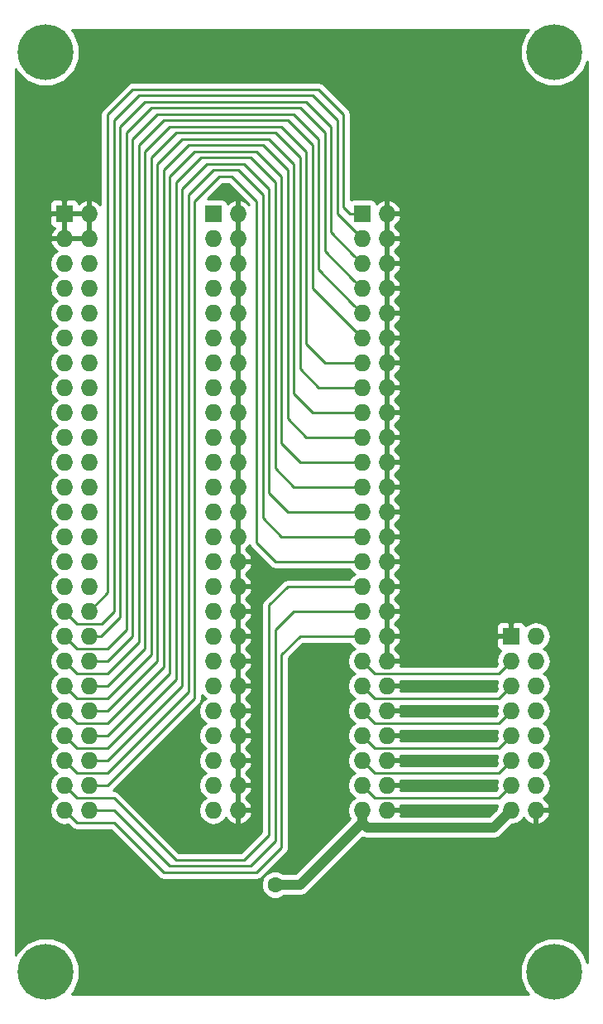
<source format=gbr>
G04 #@! TF.GenerationSoftware,KiCad,Pcbnew,(2017-12-02 revision 3109343b9)-master*
G04 #@! TF.CreationDate,2017-12-03T21:55:53+01:00*
G04 #@! TF.ProjectId,TC214_CNKEY_Adapter,54433231345F434E4B45595F41646170,rev?*
G04 #@! TF.SameCoordinates,Original*
G04 #@! TF.FileFunction,Copper,L2,Bot,Signal*
G04 #@! TF.FilePolarity,Positive*
%FSLAX46Y46*%
G04 Gerber Fmt 4.6, Leading zero omitted, Abs format (unit mm)*
G04 Created by KiCad (PCBNEW (2017-12-02 revision 3109343b9)-master) date Sun Dec  3 21:55:53 2017*
%MOMM*%
%LPD*%
G01*
G04 APERTURE LIST*
%ADD10C,5.700000*%
%ADD11R,1.727200X1.727200*%
%ADD12O,1.727200X1.727200*%
%ADD13C,1.600000*%
%ADD14C,1.000000*%
%ADD15C,0.250000*%
%ADD16C,0.254000*%
G04 APERTURE END LIST*
D10*
X126365000Y-148590000D03*
X178435000Y-148590000D03*
X126365000Y-54610000D03*
X178435000Y-54610000D03*
D11*
X128270000Y-71120000D03*
D12*
X130810000Y-71120000D03*
X128270000Y-73660000D03*
X130810000Y-73660000D03*
X128270000Y-76200000D03*
X130810000Y-76200000D03*
X128270000Y-78740000D03*
X130810000Y-78740000D03*
X128270000Y-81280000D03*
X130810000Y-81280000D03*
X128270000Y-83820000D03*
X130810000Y-83820000D03*
X128270000Y-86360000D03*
X130810000Y-86360000D03*
X128270000Y-88900000D03*
X130810000Y-88900000D03*
X128270000Y-91440000D03*
X130810000Y-91440000D03*
X128270000Y-93980000D03*
X130810000Y-93980000D03*
X128270000Y-96520000D03*
X130810000Y-96520000D03*
X128270000Y-99060000D03*
X130810000Y-99060000D03*
X128270000Y-101600000D03*
X130810000Y-101600000D03*
X128270000Y-104140000D03*
X130810000Y-104140000D03*
X128270000Y-106680000D03*
X130810000Y-106680000D03*
X128270000Y-109220000D03*
X130810000Y-109220000D03*
X128270000Y-111760000D03*
X130810000Y-111760000D03*
X128270000Y-114300000D03*
X130810000Y-114300000D03*
X128270000Y-116840000D03*
X130810000Y-116840000D03*
X128270000Y-119380000D03*
X130810000Y-119380000D03*
X128270000Y-121920000D03*
X130810000Y-121920000D03*
X128270000Y-124460000D03*
X130810000Y-124460000D03*
X128270000Y-127000000D03*
X130810000Y-127000000D03*
X128270000Y-129540000D03*
X130810000Y-129540000D03*
X128270000Y-132080000D03*
X130810000Y-132080000D03*
X146050000Y-132080000D03*
X143510000Y-132080000D03*
X146050000Y-129540000D03*
X143510000Y-129540000D03*
X146050000Y-127000000D03*
X143510000Y-127000000D03*
X146050000Y-124460000D03*
X143510000Y-124460000D03*
X146050000Y-121920000D03*
X143510000Y-121920000D03*
X146050000Y-119380000D03*
X143510000Y-119380000D03*
X146050000Y-116840000D03*
X143510000Y-116840000D03*
X146050000Y-114300000D03*
X143510000Y-114300000D03*
X146050000Y-111760000D03*
X143510000Y-111760000D03*
X146050000Y-109220000D03*
X143510000Y-109220000D03*
X146050000Y-106680000D03*
X143510000Y-106680000D03*
X146050000Y-104140000D03*
X143510000Y-104140000D03*
X146050000Y-101600000D03*
X143510000Y-101600000D03*
X146050000Y-99060000D03*
X143510000Y-99060000D03*
X146050000Y-96520000D03*
X143510000Y-96520000D03*
X146050000Y-93980000D03*
X143510000Y-93980000D03*
X146050000Y-91440000D03*
X143510000Y-91440000D03*
X146050000Y-88900000D03*
X143510000Y-88900000D03*
X146050000Y-86360000D03*
X143510000Y-86360000D03*
X146050000Y-83820000D03*
X143510000Y-83820000D03*
X146050000Y-81280000D03*
X143510000Y-81280000D03*
X146050000Y-78740000D03*
X143510000Y-78740000D03*
X146050000Y-76200000D03*
X143510000Y-76200000D03*
X146050000Y-73660000D03*
X143510000Y-73660000D03*
X146050000Y-71120000D03*
D11*
X143510000Y-71120000D03*
X173990000Y-114300000D03*
D12*
X176530000Y-114300000D03*
X173990000Y-116840000D03*
X176530000Y-116840000D03*
X173990000Y-119380000D03*
X176530000Y-119380000D03*
X173990000Y-121920000D03*
X176530000Y-121920000D03*
X173990000Y-124460000D03*
X176530000Y-124460000D03*
X173990000Y-127000000D03*
X176530000Y-127000000D03*
X173990000Y-129540000D03*
X176530000Y-129540000D03*
X173990000Y-132080000D03*
X176530000Y-132080000D03*
D11*
X158750000Y-71120000D03*
D12*
X161290000Y-71120000D03*
X158750000Y-73660000D03*
X161290000Y-73660000D03*
X158750000Y-76200000D03*
X161290000Y-76200000D03*
X158750000Y-78740000D03*
X161290000Y-78740000D03*
X158750000Y-81280000D03*
X161290000Y-81280000D03*
X158750000Y-83820000D03*
X161290000Y-83820000D03*
X158750000Y-86360000D03*
X161290000Y-86360000D03*
X158750000Y-88900000D03*
X161290000Y-88900000D03*
X158750000Y-91440000D03*
X161290000Y-91440000D03*
X158750000Y-93980000D03*
X161290000Y-93980000D03*
X158750000Y-96520000D03*
X161290000Y-96520000D03*
X158750000Y-99060000D03*
X161290000Y-99060000D03*
X158750000Y-101600000D03*
X161290000Y-101600000D03*
X158750000Y-104140000D03*
X161290000Y-104140000D03*
X158750000Y-106680000D03*
X161290000Y-106680000D03*
X158750000Y-109220000D03*
X161290000Y-109220000D03*
X158750000Y-111760000D03*
X161290000Y-111760000D03*
X158750000Y-114300000D03*
X161290000Y-114300000D03*
X158750000Y-116840000D03*
X161290000Y-116840000D03*
X158750000Y-119380000D03*
X161290000Y-119380000D03*
X158750000Y-121920000D03*
X161290000Y-121920000D03*
X158750000Y-124460000D03*
X161290000Y-124460000D03*
X158750000Y-127000000D03*
X161290000Y-127000000D03*
X158750000Y-129540000D03*
X161290000Y-129540000D03*
X158750000Y-132080000D03*
X161290000Y-132080000D03*
D13*
X149860000Y-139700000D03*
D14*
X152400000Y-139700000D02*
X158750000Y-133350000D01*
X149860000Y-139700000D02*
X152400000Y-139700000D01*
X158750000Y-132080000D02*
X158750000Y-133350000D01*
X172226399Y-133843601D02*
X159243601Y-133843601D01*
X173990000Y-132080000D02*
X172226399Y-133843601D01*
X159243601Y-133843601D02*
X158750000Y-133350000D01*
D15*
X135890000Y-59055000D02*
X153670000Y-59055000D01*
X133350000Y-61595000D02*
X135890000Y-59055000D01*
X133350000Y-111760000D02*
X133350000Y-61595000D01*
X132080000Y-113030000D02*
X133350000Y-111760000D01*
X128270000Y-111760000D02*
X129540000Y-113030000D01*
X153670000Y-59055000D02*
X156210000Y-61595000D01*
X129540000Y-113030000D02*
X132080000Y-113030000D01*
X156210000Y-61595000D02*
X156210000Y-71120000D01*
X156210000Y-71120000D02*
X158750000Y-73660000D01*
X154305000Y-58420000D02*
X156845000Y-60960000D01*
X156845000Y-60960000D02*
X156845000Y-70485000D01*
X156845000Y-70485000D02*
X157480000Y-71120000D01*
X132715000Y-60960000D02*
X135255000Y-58420000D01*
X157480000Y-71120000D02*
X158750000Y-71120000D01*
X130810000Y-111760000D02*
X132715000Y-109855000D01*
X135255000Y-58420000D02*
X154305000Y-58420000D01*
X132715000Y-109855000D02*
X132715000Y-60960000D01*
X137160000Y-60325000D02*
X152400000Y-60325000D01*
X134620000Y-113665000D02*
X134620000Y-62865000D01*
X132715000Y-115570000D02*
X134620000Y-113665000D01*
X134620000Y-62865000D02*
X137160000Y-60325000D01*
X128270000Y-114300000D02*
X129540000Y-115570000D01*
X129540000Y-115570000D02*
X132715000Y-115570000D01*
X152400000Y-60325000D02*
X154940000Y-62865000D01*
X154940000Y-62865000D02*
X154940000Y-74930000D01*
X154940000Y-74930000D02*
X157886401Y-77876401D01*
X157886401Y-77876401D02*
X158750000Y-78740000D01*
X136525000Y-59690000D02*
X153035000Y-59690000D01*
X133985000Y-112346314D02*
X133985000Y-62230000D01*
X153035000Y-59690000D02*
X155575000Y-62230000D01*
X130810000Y-114300000D02*
X132031314Y-114300000D01*
X133985000Y-62230000D02*
X136525000Y-59690000D01*
X157886401Y-75336401D02*
X158750000Y-76200000D01*
X132031314Y-114300000D02*
X133985000Y-112346314D01*
X155575000Y-62230000D02*
X155575000Y-73025000D01*
X155575000Y-73025000D02*
X157886401Y-75336401D01*
X138430000Y-61595000D02*
X135890000Y-64135000D01*
X151130000Y-61595000D02*
X138430000Y-61595000D01*
X129133599Y-117703599D02*
X128270000Y-116840000D01*
X153670000Y-64135000D02*
X151130000Y-61595000D01*
X135890000Y-64135000D02*
X135890000Y-114935000D01*
X158750000Y-83820000D02*
X153670000Y-78740000D01*
X153670000Y-78740000D02*
X153670000Y-64135000D01*
X135890000Y-114935000D02*
X132715000Y-118110000D01*
X132715000Y-118110000D02*
X129540000Y-118110000D01*
X129540000Y-118110000D02*
X129133599Y-117703599D01*
X137795000Y-60960000D02*
X151765000Y-60960000D01*
X135255000Y-63500000D02*
X137795000Y-60960000D01*
X132715000Y-116840000D02*
X135255000Y-114300000D01*
X154305000Y-63500000D02*
X154305000Y-76835000D01*
X135255000Y-114300000D02*
X135255000Y-63500000D01*
X151765000Y-60960000D02*
X154305000Y-63500000D01*
X130810000Y-116840000D02*
X132715000Y-116840000D01*
X154305000Y-76835000D02*
X157886401Y-80416401D01*
X157886401Y-80416401D02*
X158750000Y-81280000D01*
X139700000Y-62865000D02*
X137160000Y-65405000D01*
X149860000Y-62865000D02*
X139700000Y-62865000D01*
X158750000Y-88900000D02*
X154305000Y-88900000D01*
X152400000Y-86995000D02*
X152400000Y-65405000D01*
X152400000Y-65405000D02*
X149860000Y-62865000D01*
X137160000Y-65405000D02*
X137160000Y-116205000D01*
X154305000Y-88900000D02*
X152400000Y-86995000D01*
X137160000Y-116205000D02*
X132715000Y-120650000D01*
X132715000Y-120650000D02*
X129540000Y-120650000D01*
X129540000Y-120650000D02*
X129133599Y-120243599D01*
X129133599Y-120243599D02*
X128270000Y-119380000D01*
X150495000Y-62230000D02*
X153035000Y-64770000D01*
X139065000Y-62230000D02*
X150495000Y-62230000D01*
X154940000Y-86360000D02*
X157528686Y-86360000D01*
X136525000Y-64770000D02*
X139065000Y-62230000D01*
X153035000Y-64770000D02*
X153035000Y-84455000D01*
X136525000Y-115570000D02*
X136525000Y-64770000D01*
X132715000Y-119380000D02*
X136525000Y-115570000D01*
X157528686Y-86360000D02*
X158750000Y-86360000D01*
X130810000Y-119380000D02*
X132715000Y-119380000D01*
X153035000Y-84455000D02*
X154940000Y-86360000D01*
X148590000Y-64135000D02*
X140970000Y-64135000D01*
X151130000Y-66675000D02*
X148590000Y-64135000D01*
X151130000Y-92075000D02*
X151130000Y-66675000D01*
X140970000Y-64135000D02*
X138430000Y-66675000D01*
X153035000Y-93980000D02*
X151130000Y-92075000D01*
X158750000Y-93980000D02*
X153035000Y-93980000D01*
X138430000Y-66675000D02*
X138430000Y-117475000D01*
X129540000Y-123190000D02*
X129133599Y-122783599D01*
X129133599Y-122783599D02*
X128270000Y-121920000D01*
X138430000Y-117475000D02*
X132715000Y-123190000D01*
X132715000Y-123190000D02*
X129540000Y-123190000D01*
X130810000Y-121920000D02*
X132715000Y-121920000D01*
X149225000Y-63500000D02*
X151765000Y-66040000D01*
X157528686Y-91440000D02*
X158750000Y-91440000D01*
X140335000Y-63500000D02*
X149225000Y-63500000D01*
X132715000Y-121920000D02*
X137795000Y-116840000D01*
X151765000Y-89535000D02*
X153670000Y-91440000D01*
X137795000Y-66040000D02*
X140335000Y-63500000D01*
X137795000Y-116840000D02*
X137795000Y-66040000D01*
X151765000Y-66040000D02*
X151765000Y-89535000D01*
X153670000Y-91440000D02*
X157528686Y-91440000D01*
X149860000Y-67945000D02*
X147320000Y-65405000D01*
X147320000Y-65405000D02*
X142240000Y-65405000D01*
X142240000Y-65405000D02*
X139700000Y-67945000D01*
X149860000Y-97155000D02*
X149860000Y-67945000D01*
X158750000Y-99060000D02*
X151765000Y-99060000D01*
X151765000Y-99060000D02*
X149860000Y-97155000D01*
X139700000Y-67945000D02*
X139700000Y-118745000D01*
X139700000Y-118745000D02*
X132715000Y-125730000D01*
X132715000Y-125730000D02*
X129540000Y-125730000D01*
X129540000Y-125730000D02*
X129133599Y-125323599D01*
X129133599Y-125323599D02*
X128270000Y-124460000D01*
X147955000Y-64770000D02*
X150495000Y-67310000D01*
X152400000Y-96520000D02*
X157528686Y-96520000D01*
X141605000Y-64770000D02*
X147955000Y-64770000D01*
X139065000Y-118110000D02*
X139065000Y-67310000D01*
X132715000Y-124460000D02*
X139065000Y-118110000D01*
X139065000Y-67310000D02*
X141605000Y-64770000D01*
X130810000Y-124460000D02*
X132715000Y-124460000D01*
X150495000Y-67310000D02*
X150495000Y-94615000D01*
X150495000Y-94615000D02*
X152400000Y-96520000D01*
X157528686Y-96520000D02*
X158750000Y-96520000D01*
X140970000Y-69215000D02*
X143510000Y-66675000D01*
X140970000Y-120015000D02*
X140970000Y-69215000D01*
X132715000Y-128270000D02*
X140970000Y-120015000D01*
X128270000Y-127000000D02*
X129540000Y-128270000D01*
X143510000Y-66675000D02*
X146050000Y-66675000D01*
X129540000Y-128270000D02*
X132715000Y-128270000D01*
X146050000Y-66675000D02*
X148590000Y-69215000D01*
X148590000Y-69215000D02*
X148590000Y-102235000D01*
X148590000Y-102235000D02*
X150495000Y-104140000D01*
X150495000Y-104140000D02*
X157528686Y-104140000D01*
X157528686Y-104140000D02*
X158750000Y-104140000D01*
X146685000Y-66040000D02*
X149225000Y-68580000D01*
X132715000Y-127000000D02*
X140335000Y-119380000D01*
X140335000Y-68580000D02*
X142875000Y-66040000D01*
X140335000Y-119380000D02*
X140335000Y-68580000D01*
X130810000Y-127000000D02*
X132715000Y-127000000D01*
X142875000Y-66040000D02*
X146685000Y-66040000D01*
X149225000Y-99695000D02*
X151130000Y-101600000D01*
X149225000Y-68580000D02*
X149225000Y-99695000D01*
X151130000Y-101600000D02*
X157528686Y-101600000D01*
X157528686Y-101600000D02*
X158750000Y-101600000D01*
X149225000Y-134620000D02*
X149225000Y-111125000D01*
X139700000Y-137160000D02*
X146685000Y-137160000D01*
X146685000Y-137160000D02*
X149225000Y-134620000D01*
X133350000Y-130810000D02*
X139700000Y-137160000D01*
X128270000Y-129540000D02*
X129540000Y-130810000D01*
X129540000Y-130810000D02*
X133350000Y-130810000D01*
X149225000Y-111125000D02*
X151130000Y-109220000D01*
X151130000Y-109220000D02*
X158750000Y-109220000D01*
X145415000Y-67310000D02*
X147955000Y-69850000D01*
X147955000Y-104775000D02*
X149860000Y-106680000D01*
X144164741Y-67310000D02*
X145415000Y-67310000D01*
X130810000Y-129540000D02*
X132715000Y-129540000D01*
X157528686Y-106680000D02*
X158750000Y-106680000D01*
X141605000Y-69869741D02*
X144164741Y-67310000D01*
X141605000Y-120650000D02*
X141605000Y-69869741D01*
X132715000Y-129540000D02*
X141605000Y-120650000D01*
X147955000Y-69850000D02*
X147955000Y-104775000D01*
X149860000Y-106680000D02*
X157528686Y-106680000D01*
X150495000Y-135890000D02*
X150495000Y-116205000D01*
X147955000Y-138430000D02*
X150495000Y-135890000D01*
X138430000Y-138430000D02*
X147955000Y-138430000D01*
X133350000Y-133350000D02*
X138430000Y-138430000D01*
X128270000Y-132080000D02*
X129540000Y-133350000D01*
X129540000Y-133350000D02*
X133350000Y-133350000D01*
X150495000Y-116205000D02*
X152400000Y-114300000D01*
X152400000Y-114300000D02*
X158750000Y-114300000D01*
X149860000Y-135255000D02*
X147320000Y-137795000D01*
X139063590Y-137795000D02*
X133348590Y-132080000D01*
X147320000Y-137795000D02*
X139063590Y-137795000D01*
X149860000Y-113665000D02*
X149860000Y-135255000D01*
X151765000Y-111760000D02*
X149860000Y-113665000D01*
X158750000Y-111760000D02*
X151765000Y-111760000D01*
X132715000Y-132080000D02*
X130810000Y-132080000D01*
X133348590Y-132080000D02*
X132715000Y-132080000D01*
X160020000Y-118110000D02*
X172720000Y-118110000D01*
X158750000Y-116840000D02*
X160020000Y-118110000D01*
X172720000Y-118110000D02*
X173990000Y-116840000D01*
X172720000Y-120650000D02*
X160020000Y-120650000D01*
X173990000Y-119380000D02*
X172720000Y-120650000D01*
X160020000Y-120650000D02*
X158750000Y-119380000D01*
X160020000Y-123190000D02*
X172720000Y-123190000D01*
X172720000Y-123190000D02*
X173990000Y-121920000D01*
X158750000Y-121920000D02*
X160020000Y-123190000D01*
X160020000Y-125730000D02*
X172720000Y-125730000D01*
X158750000Y-124460000D02*
X160020000Y-125730000D01*
X172720000Y-125730000D02*
X173990000Y-124460000D01*
X160020000Y-128270000D02*
X158750000Y-127000000D01*
X172720000Y-128270000D02*
X160020000Y-128270000D01*
X173990000Y-127000000D02*
X172720000Y-128270000D01*
X160020000Y-130810000D02*
X172720000Y-130810000D01*
X172720000Y-130810000D02*
X173990000Y-129540000D01*
X158750000Y-129540000D02*
X160020000Y-130810000D01*
D16*
G36*
X175482284Y-52633329D02*
X174950606Y-53913749D01*
X174949397Y-55300168D01*
X175478838Y-56581515D01*
X176458329Y-57562716D01*
X177738749Y-58094394D01*
X179125168Y-58095603D01*
X180406515Y-57566162D01*
X181387716Y-56586671D01*
X181820000Y-55545618D01*
X181820000Y-147656354D01*
X181391162Y-146618485D01*
X180411671Y-145637284D01*
X179131251Y-145105606D01*
X177744832Y-145104397D01*
X176463485Y-145633838D01*
X175482284Y-146613329D01*
X174950606Y-147893749D01*
X174949397Y-149280168D01*
X175478838Y-150561515D01*
X175781794Y-150865000D01*
X129018866Y-150865000D01*
X129317716Y-150566671D01*
X129849394Y-149286251D01*
X129850603Y-147899832D01*
X129321162Y-146618485D01*
X128341671Y-145637284D01*
X127061251Y-145105606D01*
X125674832Y-145104397D01*
X124393485Y-145633838D01*
X123412284Y-146613329D01*
X123290000Y-146907821D01*
X123290000Y-76200000D01*
X126742041Y-76200000D01*
X126856115Y-76773489D01*
X127180971Y-77259670D01*
X127495752Y-77470000D01*
X127180971Y-77680330D01*
X126856115Y-78166511D01*
X126742041Y-78740000D01*
X126856115Y-79313489D01*
X127180971Y-79799670D01*
X127495752Y-80010000D01*
X127180971Y-80220330D01*
X126856115Y-80706511D01*
X126742041Y-81280000D01*
X126856115Y-81853489D01*
X127180971Y-82339670D01*
X127495752Y-82550000D01*
X127180971Y-82760330D01*
X126856115Y-83246511D01*
X126742041Y-83820000D01*
X126856115Y-84393489D01*
X127180971Y-84879670D01*
X127495752Y-85090000D01*
X127180971Y-85300330D01*
X126856115Y-85786511D01*
X126742041Y-86360000D01*
X126856115Y-86933489D01*
X127180971Y-87419670D01*
X127495752Y-87630000D01*
X127180971Y-87840330D01*
X126856115Y-88326511D01*
X126742041Y-88900000D01*
X126856115Y-89473489D01*
X127180971Y-89959670D01*
X127495752Y-90170000D01*
X127180971Y-90380330D01*
X126856115Y-90866511D01*
X126742041Y-91440000D01*
X126856115Y-92013489D01*
X127180971Y-92499670D01*
X127495752Y-92710000D01*
X127180971Y-92920330D01*
X126856115Y-93406511D01*
X126742041Y-93980000D01*
X126856115Y-94553489D01*
X127180971Y-95039670D01*
X127495752Y-95250000D01*
X127180971Y-95460330D01*
X126856115Y-95946511D01*
X126742041Y-96520000D01*
X126856115Y-97093489D01*
X127180971Y-97579670D01*
X127495752Y-97790000D01*
X127180971Y-98000330D01*
X126856115Y-98486511D01*
X126742041Y-99060000D01*
X126856115Y-99633489D01*
X127180971Y-100119670D01*
X127495752Y-100330000D01*
X127180971Y-100540330D01*
X126856115Y-101026511D01*
X126742041Y-101600000D01*
X126856115Y-102173489D01*
X127180971Y-102659670D01*
X127495752Y-102870000D01*
X127180971Y-103080330D01*
X126856115Y-103566511D01*
X126742041Y-104140000D01*
X126856115Y-104713489D01*
X127180971Y-105199670D01*
X127495752Y-105410000D01*
X127180971Y-105620330D01*
X126856115Y-106106511D01*
X126742041Y-106680000D01*
X126856115Y-107253489D01*
X127180971Y-107739670D01*
X127495752Y-107950000D01*
X127180971Y-108160330D01*
X126856115Y-108646511D01*
X126742041Y-109220000D01*
X126856115Y-109793489D01*
X127180971Y-110279670D01*
X127495752Y-110490000D01*
X127180971Y-110700330D01*
X126856115Y-111186511D01*
X126742041Y-111760000D01*
X126856115Y-112333489D01*
X127180971Y-112819670D01*
X127495752Y-113030000D01*
X127180971Y-113240330D01*
X126856115Y-113726511D01*
X126742041Y-114300000D01*
X126856115Y-114873489D01*
X127180971Y-115359670D01*
X127495752Y-115570000D01*
X127180971Y-115780330D01*
X126856115Y-116266511D01*
X126742041Y-116840000D01*
X126856115Y-117413489D01*
X127180971Y-117899670D01*
X127495752Y-118110000D01*
X127180971Y-118320330D01*
X126856115Y-118806511D01*
X126742041Y-119380000D01*
X126856115Y-119953489D01*
X127180971Y-120439670D01*
X127495752Y-120650000D01*
X127180971Y-120860330D01*
X126856115Y-121346511D01*
X126742041Y-121920000D01*
X126856115Y-122493489D01*
X127180971Y-122979670D01*
X127495752Y-123190000D01*
X127180971Y-123400330D01*
X126856115Y-123886511D01*
X126742041Y-124460000D01*
X126856115Y-125033489D01*
X127180971Y-125519670D01*
X127495752Y-125730000D01*
X127180971Y-125940330D01*
X126856115Y-126426511D01*
X126742041Y-127000000D01*
X126856115Y-127573489D01*
X127180971Y-128059670D01*
X127495752Y-128270000D01*
X127180971Y-128480330D01*
X126856115Y-128966511D01*
X126742041Y-129540000D01*
X126856115Y-130113489D01*
X127180971Y-130599670D01*
X127495752Y-130810000D01*
X127180971Y-131020330D01*
X126856115Y-131506511D01*
X126742041Y-132080000D01*
X126856115Y-132653489D01*
X127180971Y-133139670D01*
X127667152Y-133464526D01*
X128240641Y-133578600D01*
X128299359Y-133578600D01*
X128628356Y-133513158D01*
X129002599Y-133887401D01*
X129249160Y-134052148D01*
X129540000Y-134110000D01*
X133035198Y-134110000D01*
X137892599Y-138967401D01*
X138139161Y-139132148D01*
X138430000Y-139190000D01*
X147955000Y-139190000D01*
X148245839Y-139132148D01*
X148492401Y-138967401D01*
X151032401Y-136427401D01*
X151197148Y-136180840D01*
X151206746Y-136132586D01*
X151255000Y-135890000D01*
X151255000Y-116519802D01*
X152714802Y-115060000D01*
X157460738Y-115060000D01*
X157660971Y-115359670D01*
X157975752Y-115570000D01*
X157660971Y-115780330D01*
X157336115Y-116266511D01*
X157222041Y-116840000D01*
X157336115Y-117413489D01*
X157660971Y-117899670D01*
X157975752Y-118110000D01*
X157660971Y-118320330D01*
X157336115Y-118806511D01*
X157222041Y-119380000D01*
X157336115Y-119953489D01*
X157660971Y-120439670D01*
X157975752Y-120650000D01*
X157660971Y-120860330D01*
X157336115Y-121346511D01*
X157222041Y-121920000D01*
X157336115Y-122493489D01*
X157660971Y-122979670D01*
X157975752Y-123190000D01*
X157660971Y-123400330D01*
X157336115Y-123886511D01*
X157222041Y-124460000D01*
X157336115Y-125033489D01*
X157660971Y-125519670D01*
X157975752Y-125730000D01*
X157660971Y-125940330D01*
X157336115Y-126426511D01*
X157222041Y-127000000D01*
X157336115Y-127573489D01*
X157660971Y-128059670D01*
X157975752Y-128270000D01*
X157660971Y-128480330D01*
X157336115Y-128966511D01*
X157222041Y-129540000D01*
X157336115Y-130113489D01*
X157660971Y-130599670D01*
X157975752Y-130810000D01*
X157660971Y-131020330D01*
X157336115Y-131506511D01*
X157222041Y-132080000D01*
X157336115Y-132653489D01*
X157538495Y-132956373D01*
X151929868Y-138565000D01*
X150754606Y-138565000D01*
X150673923Y-138484176D01*
X150146691Y-138265250D01*
X149575813Y-138264752D01*
X149048200Y-138482757D01*
X148644176Y-138886077D01*
X148425250Y-139413309D01*
X148424752Y-139984187D01*
X148642757Y-140511800D01*
X149046077Y-140915824D01*
X149573309Y-141134750D01*
X150144187Y-141135248D01*
X150671800Y-140917243D01*
X150754187Y-140835000D01*
X152400000Y-140835000D01*
X152834346Y-140748603D01*
X153202566Y-140502566D01*
X158812319Y-134892813D01*
X159243601Y-134978601D01*
X172226399Y-134978601D01*
X172660745Y-134892204D01*
X173028965Y-134646167D01*
X174115695Y-133559438D01*
X174592848Y-133464526D01*
X175079029Y-133139670D01*
X175259992Y-132868839D01*
X175641510Y-133286821D01*
X176170973Y-133534968D01*
X176403000Y-133414469D01*
X176403000Y-132207000D01*
X176657000Y-132207000D01*
X176657000Y-133414469D01*
X176889027Y-133534968D01*
X177418490Y-133286821D01*
X177812688Y-132854947D01*
X177984958Y-132439026D01*
X177863817Y-132207000D01*
X176657000Y-132207000D01*
X176403000Y-132207000D01*
X176383000Y-132207000D01*
X176383000Y-131953000D01*
X176403000Y-131953000D01*
X176403000Y-131933000D01*
X176657000Y-131933000D01*
X176657000Y-131953000D01*
X177863817Y-131953000D01*
X177984958Y-131720974D01*
X177812688Y-131305053D01*
X177418490Y-130873179D01*
X177295772Y-130815664D01*
X177619029Y-130599670D01*
X177943885Y-130113489D01*
X178057959Y-129540000D01*
X177943885Y-128966511D01*
X177619029Y-128480330D01*
X177304248Y-128270000D01*
X177619029Y-128059670D01*
X177943885Y-127573489D01*
X178057959Y-127000000D01*
X177943885Y-126426511D01*
X177619029Y-125940330D01*
X177304248Y-125730000D01*
X177619029Y-125519670D01*
X177943885Y-125033489D01*
X178057959Y-124460000D01*
X177943885Y-123886511D01*
X177619029Y-123400330D01*
X177304248Y-123190000D01*
X177619029Y-122979670D01*
X177943885Y-122493489D01*
X178057959Y-121920000D01*
X177943885Y-121346511D01*
X177619029Y-120860330D01*
X177304248Y-120650000D01*
X177619029Y-120439670D01*
X177943885Y-119953489D01*
X178057959Y-119380000D01*
X177943885Y-118806511D01*
X177619029Y-118320330D01*
X177304248Y-118110000D01*
X177619029Y-117899670D01*
X177943885Y-117413489D01*
X178057959Y-116840000D01*
X177943885Y-116266511D01*
X177619029Y-115780330D01*
X177304248Y-115570000D01*
X177619029Y-115359670D01*
X177943885Y-114873489D01*
X178057959Y-114300000D01*
X177943885Y-113726511D01*
X177619029Y-113240330D01*
X177132848Y-112915474D01*
X176559359Y-112801400D01*
X176500641Y-112801400D01*
X175927152Y-112915474D01*
X175455644Y-113230526D01*
X175391927Y-113076701D01*
X175213298Y-112898073D01*
X174979909Y-112801400D01*
X174275750Y-112801400D01*
X174117000Y-112960150D01*
X174117000Y-114173000D01*
X174137000Y-114173000D01*
X174137000Y-114427000D01*
X174117000Y-114427000D01*
X174117000Y-114447000D01*
X173863000Y-114447000D01*
X173863000Y-114427000D01*
X172650150Y-114427000D01*
X172491400Y-114585750D01*
X172491400Y-115289910D01*
X172588073Y-115523299D01*
X172766702Y-115701927D01*
X172922023Y-115766263D01*
X172900971Y-115780330D01*
X172576115Y-116266511D01*
X172462041Y-116840000D01*
X172537225Y-117217973D01*
X172405198Y-117350000D01*
X162682426Y-117350000D01*
X162744958Y-117199026D01*
X162623817Y-116967000D01*
X161417000Y-116967000D01*
X161417000Y-116987000D01*
X161163000Y-116987000D01*
X161163000Y-116967000D01*
X161143000Y-116967000D01*
X161143000Y-116713000D01*
X161163000Y-116713000D01*
X161163000Y-114427000D01*
X161417000Y-114427000D01*
X161417000Y-116713000D01*
X162623817Y-116713000D01*
X162744958Y-116480974D01*
X162572688Y-116065053D01*
X162178490Y-115633179D01*
X162043687Y-115570000D01*
X162178490Y-115506821D01*
X162572688Y-115074947D01*
X162744958Y-114659026D01*
X162623817Y-114427000D01*
X161417000Y-114427000D01*
X161163000Y-114427000D01*
X161143000Y-114427000D01*
X161143000Y-114173000D01*
X161163000Y-114173000D01*
X161163000Y-111887000D01*
X161417000Y-111887000D01*
X161417000Y-114173000D01*
X162623817Y-114173000D01*
X162744958Y-113940974D01*
X162572688Y-113525053D01*
X162376479Y-113310090D01*
X172491400Y-113310090D01*
X172491400Y-114014250D01*
X172650150Y-114173000D01*
X173863000Y-114173000D01*
X173863000Y-112960150D01*
X173704250Y-112801400D01*
X173000091Y-112801400D01*
X172766702Y-112898073D01*
X172588073Y-113076701D01*
X172491400Y-113310090D01*
X162376479Y-113310090D01*
X162178490Y-113093179D01*
X162043687Y-113030000D01*
X162178490Y-112966821D01*
X162572688Y-112534947D01*
X162744958Y-112119026D01*
X162623817Y-111887000D01*
X161417000Y-111887000D01*
X161163000Y-111887000D01*
X161143000Y-111887000D01*
X161143000Y-111633000D01*
X161163000Y-111633000D01*
X161163000Y-109347000D01*
X161417000Y-109347000D01*
X161417000Y-111633000D01*
X162623817Y-111633000D01*
X162744958Y-111400974D01*
X162572688Y-110985053D01*
X162178490Y-110553179D01*
X162043687Y-110490000D01*
X162178490Y-110426821D01*
X162572688Y-109994947D01*
X162744958Y-109579026D01*
X162623817Y-109347000D01*
X161417000Y-109347000D01*
X161163000Y-109347000D01*
X161143000Y-109347000D01*
X161143000Y-109093000D01*
X161163000Y-109093000D01*
X161163000Y-106807000D01*
X161417000Y-106807000D01*
X161417000Y-109093000D01*
X162623817Y-109093000D01*
X162744958Y-108860974D01*
X162572688Y-108445053D01*
X162178490Y-108013179D01*
X162043687Y-107950000D01*
X162178490Y-107886821D01*
X162572688Y-107454947D01*
X162744958Y-107039026D01*
X162623817Y-106807000D01*
X161417000Y-106807000D01*
X161163000Y-106807000D01*
X161143000Y-106807000D01*
X161143000Y-106553000D01*
X161163000Y-106553000D01*
X161163000Y-104267000D01*
X161417000Y-104267000D01*
X161417000Y-106553000D01*
X162623817Y-106553000D01*
X162744958Y-106320974D01*
X162572688Y-105905053D01*
X162178490Y-105473179D01*
X162043687Y-105410000D01*
X162178490Y-105346821D01*
X162572688Y-104914947D01*
X162744958Y-104499026D01*
X162623817Y-104267000D01*
X161417000Y-104267000D01*
X161163000Y-104267000D01*
X161143000Y-104267000D01*
X161143000Y-104013000D01*
X161163000Y-104013000D01*
X161163000Y-101727000D01*
X161417000Y-101727000D01*
X161417000Y-104013000D01*
X162623817Y-104013000D01*
X162744958Y-103780974D01*
X162572688Y-103365053D01*
X162178490Y-102933179D01*
X162043687Y-102870000D01*
X162178490Y-102806821D01*
X162572688Y-102374947D01*
X162744958Y-101959026D01*
X162623817Y-101727000D01*
X161417000Y-101727000D01*
X161163000Y-101727000D01*
X161143000Y-101727000D01*
X161143000Y-101473000D01*
X161163000Y-101473000D01*
X161163000Y-99187000D01*
X161417000Y-99187000D01*
X161417000Y-101473000D01*
X162623817Y-101473000D01*
X162744958Y-101240974D01*
X162572688Y-100825053D01*
X162178490Y-100393179D01*
X162043687Y-100330000D01*
X162178490Y-100266821D01*
X162572688Y-99834947D01*
X162744958Y-99419026D01*
X162623817Y-99187000D01*
X161417000Y-99187000D01*
X161163000Y-99187000D01*
X161143000Y-99187000D01*
X161143000Y-98933000D01*
X161163000Y-98933000D01*
X161163000Y-96647000D01*
X161417000Y-96647000D01*
X161417000Y-98933000D01*
X162623817Y-98933000D01*
X162744958Y-98700974D01*
X162572688Y-98285053D01*
X162178490Y-97853179D01*
X162043687Y-97790000D01*
X162178490Y-97726821D01*
X162572688Y-97294947D01*
X162744958Y-96879026D01*
X162623817Y-96647000D01*
X161417000Y-96647000D01*
X161163000Y-96647000D01*
X161143000Y-96647000D01*
X161143000Y-96393000D01*
X161163000Y-96393000D01*
X161163000Y-94107000D01*
X161417000Y-94107000D01*
X161417000Y-96393000D01*
X162623817Y-96393000D01*
X162744958Y-96160974D01*
X162572688Y-95745053D01*
X162178490Y-95313179D01*
X162043687Y-95250000D01*
X162178490Y-95186821D01*
X162572688Y-94754947D01*
X162744958Y-94339026D01*
X162623817Y-94107000D01*
X161417000Y-94107000D01*
X161163000Y-94107000D01*
X161143000Y-94107000D01*
X161143000Y-93853000D01*
X161163000Y-93853000D01*
X161163000Y-91567000D01*
X161417000Y-91567000D01*
X161417000Y-93853000D01*
X162623817Y-93853000D01*
X162744958Y-93620974D01*
X162572688Y-93205053D01*
X162178490Y-92773179D01*
X162043687Y-92710000D01*
X162178490Y-92646821D01*
X162572688Y-92214947D01*
X162744958Y-91799026D01*
X162623817Y-91567000D01*
X161417000Y-91567000D01*
X161163000Y-91567000D01*
X161143000Y-91567000D01*
X161143000Y-91313000D01*
X161163000Y-91313000D01*
X161163000Y-89027000D01*
X161417000Y-89027000D01*
X161417000Y-91313000D01*
X162623817Y-91313000D01*
X162744958Y-91080974D01*
X162572688Y-90665053D01*
X162178490Y-90233179D01*
X162043687Y-90170000D01*
X162178490Y-90106821D01*
X162572688Y-89674947D01*
X162744958Y-89259026D01*
X162623817Y-89027000D01*
X161417000Y-89027000D01*
X161163000Y-89027000D01*
X161143000Y-89027000D01*
X161143000Y-88773000D01*
X161163000Y-88773000D01*
X161163000Y-86487000D01*
X161417000Y-86487000D01*
X161417000Y-88773000D01*
X162623817Y-88773000D01*
X162744958Y-88540974D01*
X162572688Y-88125053D01*
X162178490Y-87693179D01*
X162043687Y-87630000D01*
X162178490Y-87566821D01*
X162572688Y-87134947D01*
X162744958Y-86719026D01*
X162623817Y-86487000D01*
X161417000Y-86487000D01*
X161163000Y-86487000D01*
X161143000Y-86487000D01*
X161143000Y-86233000D01*
X161163000Y-86233000D01*
X161163000Y-83947000D01*
X161417000Y-83947000D01*
X161417000Y-86233000D01*
X162623817Y-86233000D01*
X162744958Y-86000974D01*
X162572688Y-85585053D01*
X162178490Y-85153179D01*
X162043687Y-85090000D01*
X162178490Y-85026821D01*
X162572688Y-84594947D01*
X162744958Y-84179026D01*
X162623817Y-83947000D01*
X161417000Y-83947000D01*
X161163000Y-83947000D01*
X161143000Y-83947000D01*
X161143000Y-83693000D01*
X161163000Y-83693000D01*
X161163000Y-81407000D01*
X161417000Y-81407000D01*
X161417000Y-83693000D01*
X162623817Y-83693000D01*
X162744958Y-83460974D01*
X162572688Y-83045053D01*
X162178490Y-82613179D01*
X162043687Y-82550000D01*
X162178490Y-82486821D01*
X162572688Y-82054947D01*
X162744958Y-81639026D01*
X162623817Y-81407000D01*
X161417000Y-81407000D01*
X161163000Y-81407000D01*
X161143000Y-81407000D01*
X161143000Y-81153000D01*
X161163000Y-81153000D01*
X161163000Y-78867000D01*
X161417000Y-78867000D01*
X161417000Y-81153000D01*
X162623817Y-81153000D01*
X162744958Y-80920974D01*
X162572688Y-80505053D01*
X162178490Y-80073179D01*
X162043687Y-80010000D01*
X162178490Y-79946821D01*
X162572688Y-79514947D01*
X162744958Y-79099026D01*
X162623817Y-78867000D01*
X161417000Y-78867000D01*
X161163000Y-78867000D01*
X161143000Y-78867000D01*
X161143000Y-78613000D01*
X161163000Y-78613000D01*
X161163000Y-76327000D01*
X161417000Y-76327000D01*
X161417000Y-78613000D01*
X162623817Y-78613000D01*
X162744958Y-78380974D01*
X162572688Y-77965053D01*
X162178490Y-77533179D01*
X162043687Y-77470000D01*
X162178490Y-77406821D01*
X162572688Y-76974947D01*
X162744958Y-76559026D01*
X162623817Y-76327000D01*
X161417000Y-76327000D01*
X161163000Y-76327000D01*
X161143000Y-76327000D01*
X161143000Y-76073000D01*
X161163000Y-76073000D01*
X161163000Y-73787000D01*
X161417000Y-73787000D01*
X161417000Y-76073000D01*
X162623817Y-76073000D01*
X162744958Y-75840974D01*
X162572688Y-75425053D01*
X162178490Y-74993179D01*
X162043687Y-74930000D01*
X162178490Y-74866821D01*
X162572688Y-74434947D01*
X162744958Y-74019026D01*
X162623817Y-73787000D01*
X161417000Y-73787000D01*
X161163000Y-73787000D01*
X161143000Y-73787000D01*
X161143000Y-73533000D01*
X161163000Y-73533000D01*
X161163000Y-71247000D01*
X161417000Y-71247000D01*
X161417000Y-73533000D01*
X162623817Y-73533000D01*
X162744958Y-73300974D01*
X162572688Y-72885053D01*
X162178490Y-72453179D01*
X162043687Y-72390000D01*
X162178490Y-72326821D01*
X162572688Y-71894947D01*
X162744958Y-71479026D01*
X162623817Y-71247000D01*
X161417000Y-71247000D01*
X161163000Y-71247000D01*
X161143000Y-71247000D01*
X161143000Y-70993000D01*
X161163000Y-70993000D01*
X161163000Y-69785531D01*
X161417000Y-69785531D01*
X161417000Y-70993000D01*
X162623817Y-70993000D01*
X162744958Y-70760974D01*
X162572688Y-70345053D01*
X162178490Y-69913179D01*
X161649027Y-69665032D01*
X161417000Y-69785531D01*
X161163000Y-69785531D01*
X160930973Y-69665032D01*
X160401510Y-69913179D01*
X160230119Y-70100950D01*
X160211757Y-70008635D01*
X160071409Y-69798591D01*
X159861365Y-69658243D01*
X159613600Y-69608960D01*
X157886400Y-69608960D01*
X157638635Y-69658243D01*
X157605000Y-69680717D01*
X157605000Y-60960000D01*
X157547148Y-60669161D01*
X157547148Y-60669160D01*
X157382401Y-60422599D01*
X154842401Y-57882599D01*
X154595839Y-57717852D01*
X154305000Y-57660000D01*
X135255000Y-57660000D01*
X135012414Y-57708254D01*
X134964160Y-57717852D01*
X134717599Y-57882599D01*
X132177599Y-60422599D01*
X132012852Y-60669161D01*
X131955000Y-60960000D01*
X131955000Y-70194205D01*
X131698490Y-69913179D01*
X131169027Y-69665032D01*
X130937000Y-69785531D01*
X130937000Y-70993000D01*
X130957000Y-70993000D01*
X130957000Y-71247000D01*
X130937000Y-71247000D01*
X130937000Y-73533000D01*
X130957000Y-73533000D01*
X130957000Y-73787000D01*
X130937000Y-73787000D01*
X130937000Y-73807000D01*
X130683000Y-73807000D01*
X130683000Y-73787000D01*
X128397000Y-73787000D01*
X128397000Y-73807000D01*
X128143000Y-73807000D01*
X128143000Y-73787000D01*
X126936183Y-73787000D01*
X126815042Y-74019026D01*
X126987312Y-74434947D01*
X127381510Y-74866821D01*
X127504228Y-74924336D01*
X127180971Y-75140330D01*
X126856115Y-75626511D01*
X126742041Y-76200000D01*
X123290000Y-76200000D01*
X123290000Y-71405750D01*
X126771400Y-71405750D01*
X126771400Y-72109910D01*
X126868073Y-72343299D01*
X127046702Y-72521927D01*
X127244120Y-72603700D01*
X126987312Y-72885053D01*
X126815042Y-73300974D01*
X126936183Y-73533000D01*
X128143000Y-73533000D01*
X128143000Y-71247000D01*
X128397000Y-71247000D01*
X128397000Y-73533000D01*
X130683000Y-73533000D01*
X130683000Y-71247000D01*
X128397000Y-71247000D01*
X128143000Y-71247000D01*
X126930150Y-71247000D01*
X126771400Y-71405750D01*
X123290000Y-71405750D01*
X123290000Y-70130090D01*
X126771400Y-70130090D01*
X126771400Y-70834250D01*
X126930150Y-70993000D01*
X128143000Y-70993000D01*
X128143000Y-69780150D01*
X128397000Y-69780150D01*
X128397000Y-70993000D01*
X130683000Y-70993000D01*
X130683000Y-69785531D01*
X130450973Y-69665032D01*
X129921510Y-69913179D01*
X129754529Y-70096119D01*
X129671927Y-69896701D01*
X129493298Y-69718073D01*
X129259909Y-69621400D01*
X128555750Y-69621400D01*
X128397000Y-69780150D01*
X128143000Y-69780150D01*
X127984250Y-69621400D01*
X127280091Y-69621400D01*
X127046702Y-69718073D01*
X126868073Y-69896701D01*
X126771400Y-70130090D01*
X123290000Y-70130090D01*
X123290000Y-56293905D01*
X123408838Y-56581515D01*
X124388329Y-57562716D01*
X125668749Y-58094394D01*
X127055168Y-58095603D01*
X128336515Y-57566162D01*
X129317716Y-56586671D01*
X129849394Y-55306251D01*
X129850603Y-53919832D01*
X129321162Y-52638485D01*
X129018206Y-52335000D01*
X175781134Y-52335000D01*
X175482284Y-52633329D01*
X175482284Y-52633329D01*
G37*
X175482284Y-52633329D02*
X174950606Y-53913749D01*
X174949397Y-55300168D01*
X175478838Y-56581515D01*
X176458329Y-57562716D01*
X177738749Y-58094394D01*
X179125168Y-58095603D01*
X180406515Y-57566162D01*
X181387716Y-56586671D01*
X181820000Y-55545618D01*
X181820000Y-147656354D01*
X181391162Y-146618485D01*
X180411671Y-145637284D01*
X179131251Y-145105606D01*
X177744832Y-145104397D01*
X176463485Y-145633838D01*
X175482284Y-146613329D01*
X174950606Y-147893749D01*
X174949397Y-149280168D01*
X175478838Y-150561515D01*
X175781794Y-150865000D01*
X129018866Y-150865000D01*
X129317716Y-150566671D01*
X129849394Y-149286251D01*
X129850603Y-147899832D01*
X129321162Y-146618485D01*
X128341671Y-145637284D01*
X127061251Y-145105606D01*
X125674832Y-145104397D01*
X124393485Y-145633838D01*
X123412284Y-146613329D01*
X123290000Y-146907821D01*
X123290000Y-76200000D01*
X126742041Y-76200000D01*
X126856115Y-76773489D01*
X127180971Y-77259670D01*
X127495752Y-77470000D01*
X127180971Y-77680330D01*
X126856115Y-78166511D01*
X126742041Y-78740000D01*
X126856115Y-79313489D01*
X127180971Y-79799670D01*
X127495752Y-80010000D01*
X127180971Y-80220330D01*
X126856115Y-80706511D01*
X126742041Y-81280000D01*
X126856115Y-81853489D01*
X127180971Y-82339670D01*
X127495752Y-82550000D01*
X127180971Y-82760330D01*
X126856115Y-83246511D01*
X126742041Y-83820000D01*
X126856115Y-84393489D01*
X127180971Y-84879670D01*
X127495752Y-85090000D01*
X127180971Y-85300330D01*
X126856115Y-85786511D01*
X126742041Y-86360000D01*
X126856115Y-86933489D01*
X127180971Y-87419670D01*
X127495752Y-87630000D01*
X127180971Y-87840330D01*
X126856115Y-88326511D01*
X126742041Y-88900000D01*
X126856115Y-89473489D01*
X127180971Y-89959670D01*
X127495752Y-90170000D01*
X127180971Y-90380330D01*
X126856115Y-90866511D01*
X126742041Y-91440000D01*
X126856115Y-92013489D01*
X127180971Y-92499670D01*
X127495752Y-92710000D01*
X127180971Y-92920330D01*
X126856115Y-93406511D01*
X126742041Y-93980000D01*
X126856115Y-94553489D01*
X127180971Y-95039670D01*
X127495752Y-95250000D01*
X127180971Y-95460330D01*
X126856115Y-95946511D01*
X126742041Y-96520000D01*
X126856115Y-97093489D01*
X127180971Y-97579670D01*
X127495752Y-97790000D01*
X127180971Y-98000330D01*
X126856115Y-98486511D01*
X126742041Y-99060000D01*
X126856115Y-99633489D01*
X127180971Y-100119670D01*
X127495752Y-100330000D01*
X127180971Y-100540330D01*
X126856115Y-101026511D01*
X126742041Y-101600000D01*
X126856115Y-102173489D01*
X127180971Y-102659670D01*
X127495752Y-102870000D01*
X127180971Y-103080330D01*
X126856115Y-103566511D01*
X126742041Y-104140000D01*
X126856115Y-104713489D01*
X127180971Y-105199670D01*
X127495752Y-105410000D01*
X127180971Y-105620330D01*
X126856115Y-106106511D01*
X126742041Y-106680000D01*
X126856115Y-107253489D01*
X127180971Y-107739670D01*
X127495752Y-107950000D01*
X127180971Y-108160330D01*
X126856115Y-108646511D01*
X126742041Y-109220000D01*
X126856115Y-109793489D01*
X127180971Y-110279670D01*
X127495752Y-110490000D01*
X127180971Y-110700330D01*
X126856115Y-111186511D01*
X126742041Y-111760000D01*
X126856115Y-112333489D01*
X127180971Y-112819670D01*
X127495752Y-113030000D01*
X127180971Y-113240330D01*
X126856115Y-113726511D01*
X126742041Y-114300000D01*
X126856115Y-114873489D01*
X127180971Y-115359670D01*
X127495752Y-115570000D01*
X127180971Y-115780330D01*
X126856115Y-116266511D01*
X126742041Y-116840000D01*
X126856115Y-117413489D01*
X127180971Y-117899670D01*
X127495752Y-118110000D01*
X127180971Y-118320330D01*
X126856115Y-118806511D01*
X126742041Y-119380000D01*
X126856115Y-119953489D01*
X127180971Y-120439670D01*
X127495752Y-120650000D01*
X127180971Y-120860330D01*
X126856115Y-121346511D01*
X126742041Y-121920000D01*
X126856115Y-122493489D01*
X127180971Y-122979670D01*
X127495752Y-123190000D01*
X127180971Y-123400330D01*
X126856115Y-123886511D01*
X126742041Y-124460000D01*
X126856115Y-125033489D01*
X127180971Y-125519670D01*
X127495752Y-125730000D01*
X127180971Y-125940330D01*
X126856115Y-126426511D01*
X126742041Y-127000000D01*
X126856115Y-127573489D01*
X127180971Y-128059670D01*
X127495752Y-128270000D01*
X127180971Y-128480330D01*
X126856115Y-128966511D01*
X126742041Y-129540000D01*
X126856115Y-130113489D01*
X127180971Y-130599670D01*
X127495752Y-130810000D01*
X127180971Y-131020330D01*
X126856115Y-131506511D01*
X126742041Y-132080000D01*
X126856115Y-132653489D01*
X127180971Y-133139670D01*
X127667152Y-133464526D01*
X128240641Y-133578600D01*
X128299359Y-133578600D01*
X128628356Y-133513158D01*
X129002599Y-133887401D01*
X129249160Y-134052148D01*
X129540000Y-134110000D01*
X133035198Y-134110000D01*
X137892599Y-138967401D01*
X138139161Y-139132148D01*
X138430000Y-139190000D01*
X147955000Y-139190000D01*
X148245839Y-139132148D01*
X148492401Y-138967401D01*
X151032401Y-136427401D01*
X151197148Y-136180840D01*
X151206746Y-136132586D01*
X151255000Y-135890000D01*
X151255000Y-116519802D01*
X152714802Y-115060000D01*
X157460738Y-115060000D01*
X157660971Y-115359670D01*
X157975752Y-115570000D01*
X157660971Y-115780330D01*
X157336115Y-116266511D01*
X157222041Y-116840000D01*
X157336115Y-117413489D01*
X157660971Y-117899670D01*
X157975752Y-118110000D01*
X157660971Y-118320330D01*
X157336115Y-118806511D01*
X157222041Y-119380000D01*
X157336115Y-119953489D01*
X157660971Y-120439670D01*
X157975752Y-120650000D01*
X157660971Y-120860330D01*
X157336115Y-121346511D01*
X157222041Y-121920000D01*
X157336115Y-122493489D01*
X157660971Y-122979670D01*
X157975752Y-123190000D01*
X157660971Y-123400330D01*
X157336115Y-123886511D01*
X157222041Y-124460000D01*
X157336115Y-125033489D01*
X157660971Y-125519670D01*
X157975752Y-125730000D01*
X157660971Y-125940330D01*
X157336115Y-126426511D01*
X157222041Y-127000000D01*
X157336115Y-127573489D01*
X157660971Y-128059670D01*
X157975752Y-128270000D01*
X157660971Y-128480330D01*
X157336115Y-128966511D01*
X157222041Y-129540000D01*
X157336115Y-130113489D01*
X157660971Y-130599670D01*
X157975752Y-130810000D01*
X157660971Y-131020330D01*
X157336115Y-131506511D01*
X157222041Y-132080000D01*
X157336115Y-132653489D01*
X157538495Y-132956373D01*
X151929868Y-138565000D01*
X150754606Y-138565000D01*
X150673923Y-138484176D01*
X150146691Y-138265250D01*
X149575813Y-138264752D01*
X149048200Y-138482757D01*
X148644176Y-138886077D01*
X148425250Y-139413309D01*
X148424752Y-139984187D01*
X148642757Y-140511800D01*
X149046077Y-140915824D01*
X149573309Y-141134750D01*
X150144187Y-141135248D01*
X150671800Y-140917243D01*
X150754187Y-140835000D01*
X152400000Y-140835000D01*
X152834346Y-140748603D01*
X153202566Y-140502566D01*
X158812319Y-134892813D01*
X159243601Y-134978601D01*
X172226399Y-134978601D01*
X172660745Y-134892204D01*
X173028965Y-134646167D01*
X174115695Y-133559438D01*
X174592848Y-133464526D01*
X175079029Y-133139670D01*
X175259992Y-132868839D01*
X175641510Y-133286821D01*
X176170973Y-133534968D01*
X176403000Y-133414469D01*
X176403000Y-132207000D01*
X176657000Y-132207000D01*
X176657000Y-133414469D01*
X176889027Y-133534968D01*
X177418490Y-133286821D01*
X177812688Y-132854947D01*
X177984958Y-132439026D01*
X177863817Y-132207000D01*
X176657000Y-132207000D01*
X176403000Y-132207000D01*
X176383000Y-132207000D01*
X176383000Y-131953000D01*
X176403000Y-131953000D01*
X176403000Y-131933000D01*
X176657000Y-131933000D01*
X176657000Y-131953000D01*
X177863817Y-131953000D01*
X177984958Y-131720974D01*
X177812688Y-131305053D01*
X177418490Y-130873179D01*
X177295772Y-130815664D01*
X177619029Y-130599670D01*
X177943885Y-130113489D01*
X178057959Y-129540000D01*
X177943885Y-128966511D01*
X177619029Y-128480330D01*
X177304248Y-128270000D01*
X177619029Y-128059670D01*
X177943885Y-127573489D01*
X178057959Y-127000000D01*
X177943885Y-126426511D01*
X177619029Y-125940330D01*
X177304248Y-125730000D01*
X177619029Y-125519670D01*
X177943885Y-125033489D01*
X178057959Y-124460000D01*
X177943885Y-123886511D01*
X177619029Y-123400330D01*
X177304248Y-123190000D01*
X177619029Y-122979670D01*
X177943885Y-122493489D01*
X178057959Y-121920000D01*
X177943885Y-121346511D01*
X177619029Y-120860330D01*
X177304248Y-120650000D01*
X177619029Y-120439670D01*
X177943885Y-119953489D01*
X178057959Y-119380000D01*
X177943885Y-118806511D01*
X177619029Y-118320330D01*
X177304248Y-118110000D01*
X177619029Y-117899670D01*
X177943885Y-117413489D01*
X178057959Y-116840000D01*
X177943885Y-116266511D01*
X177619029Y-115780330D01*
X177304248Y-115570000D01*
X177619029Y-115359670D01*
X177943885Y-114873489D01*
X178057959Y-114300000D01*
X177943885Y-113726511D01*
X177619029Y-113240330D01*
X177132848Y-112915474D01*
X176559359Y-112801400D01*
X176500641Y-112801400D01*
X175927152Y-112915474D01*
X175455644Y-113230526D01*
X175391927Y-113076701D01*
X175213298Y-112898073D01*
X174979909Y-112801400D01*
X174275750Y-112801400D01*
X174117000Y-112960150D01*
X174117000Y-114173000D01*
X174137000Y-114173000D01*
X174137000Y-114427000D01*
X174117000Y-114427000D01*
X174117000Y-114447000D01*
X173863000Y-114447000D01*
X173863000Y-114427000D01*
X172650150Y-114427000D01*
X172491400Y-114585750D01*
X172491400Y-115289910D01*
X172588073Y-115523299D01*
X172766702Y-115701927D01*
X172922023Y-115766263D01*
X172900971Y-115780330D01*
X172576115Y-116266511D01*
X172462041Y-116840000D01*
X172537225Y-117217973D01*
X172405198Y-117350000D01*
X162682426Y-117350000D01*
X162744958Y-117199026D01*
X162623817Y-116967000D01*
X161417000Y-116967000D01*
X161417000Y-116987000D01*
X161163000Y-116987000D01*
X161163000Y-116967000D01*
X161143000Y-116967000D01*
X161143000Y-116713000D01*
X161163000Y-116713000D01*
X161163000Y-114427000D01*
X161417000Y-114427000D01*
X161417000Y-116713000D01*
X162623817Y-116713000D01*
X162744958Y-116480974D01*
X162572688Y-116065053D01*
X162178490Y-115633179D01*
X162043687Y-115570000D01*
X162178490Y-115506821D01*
X162572688Y-115074947D01*
X162744958Y-114659026D01*
X162623817Y-114427000D01*
X161417000Y-114427000D01*
X161163000Y-114427000D01*
X161143000Y-114427000D01*
X161143000Y-114173000D01*
X161163000Y-114173000D01*
X161163000Y-111887000D01*
X161417000Y-111887000D01*
X161417000Y-114173000D01*
X162623817Y-114173000D01*
X162744958Y-113940974D01*
X162572688Y-113525053D01*
X162376479Y-113310090D01*
X172491400Y-113310090D01*
X172491400Y-114014250D01*
X172650150Y-114173000D01*
X173863000Y-114173000D01*
X173863000Y-112960150D01*
X173704250Y-112801400D01*
X173000091Y-112801400D01*
X172766702Y-112898073D01*
X172588073Y-113076701D01*
X172491400Y-113310090D01*
X162376479Y-113310090D01*
X162178490Y-113093179D01*
X162043687Y-113030000D01*
X162178490Y-112966821D01*
X162572688Y-112534947D01*
X162744958Y-112119026D01*
X162623817Y-111887000D01*
X161417000Y-111887000D01*
X161163000Y-111887000D01*
X161143000Y-111887000D01*
X161143000Y-111633000D01*
X161163000Y-111633000D01*
X161163000Y-109347000D01*
X161417000Y-109347000D01*
X161417000Y-111633000D01*
X162623817Y-111633000D01*
X162744958Y-111400974D01*
X162572688Y-110985053D01*
X162178490Y-110553179D01*
X162043687Y-110490000D01*
X162178490Y-110426821D01*
X162572688Y-109994947D01*
X162744958Y-109579026D01*
X162623817Y-109347000D01*
X161417000Y-109347000D01*
X161163000Y-109347000D01*
X161143000Y-109347000D01*
X161143000Y-109093000D01*
X161163000Y-109093000D01*
X161163000Y-106807000D01*
X161417000Y-106807000D01*
X161417000Y-109093000D01*
X162623817Y-109093000D01*
X162744958Y-108860974D01*
X162572688Y-108445053D01*
X162178490Y-108013179D01*
X162043687Y-107950000D01*
X162178490Y-107886821D01*
X162572688Y-107454947D01*
X162744958Y-107039026D01*
X162623817Y-106807000D01*
X161417000Y-106807000D01*
X161163000Y-106807000D01*
X161143000Y-106807000D01*
X161143000Y-106553000D01*
X161163000Y-106553000D01*
X161163000Y-104267000D01*
X161417000Y-104267000D01*
X161417000Y-106553000D01*
X162623817Y-106553000D01*
X162744958Y-106320974D01*
X162572688Y-105905053D01*
X162178490Y-105473179D01*
X162043687Y-105410000D01*
X162178490Y-105346821D01*
X162572688Y-104914947D01*
X162744958Y-104499026D01*
X162623817Y-104267000D01*
X161417000Y-104267000D01*
X161163000Y-104267000D01*
X161143000Y-104267000D01*
X161143000Y-104013000D01*
X161163000Y-104013000D01*
X161163000Y-101727000D01*
X161417000Y-101727000D01*
X161417000Y-104013000D01*
X162623817Y-104013000D01*
X162744958Y-103780974D01*
X162572688Y-103365053D01*
X162178490Y-102933179D01*
X162043687Y-102870000D01*
X162178490Y-102806821D01*
X162572688Y-102374947D01*
X162744958Y-101959026D01*
X162623817Y-101727000D01*
X161417000Y-101727000D01*
X161163000Y-101727000D01*
X161143000Y-101727000D01*
X161143000Y-101473000D01*
X161163000Y-101473000D01*
X161163000Y-99187000D01*
X161417000Y-99187000D01*
X161417000Y-101473000D01*
X162623817Y-101473000D01*
X162744958Y-101240974D01*
X162572688Y-100825053D01*
X162178490Y-100393179D01*
X162043687Y-100330000D01*
X162178490Y-100266821D01*
X162572688Y-99834947D01*
X162744958Y-99419026D01*
X162623817Y-99187000D01*
X161417000Y-99187000D01*
X161163000Y-99187000D01*
X161143000Y-99187000D01*
X161143000Y-98933000D01*
X161163000Y-98933000D01*
X161163000Y-96647000D01*
X161417000Y-96647000D01*
X161417000Y-98933000D01*
X162623817Y-98933000D01*
X162744958Y-98700974D01*
X162572688Y-98285053D01*
X162178490Y-97853179D01*
X162043687Y-97790000D01*
X162178490Y-97726821D01*
X162572688Y-97294947D01*
X162744958Y-96879026D01*
X162623817Y-96647000D01*
X161417000Y-96647000D01*
X161163000Y-96647000D01*
X161143000Y-96647000D01*
X161143000Y-96393000D01*
X161163000Y-96393000D01*
X161163000Y-94107000D01*
X161417000Y-94107000D01*
X161417000Y-96393000D01*
X162623817Y-96393000D01*
X162744958Y-96160974D01*
X162572688Y-95745053D01*
X162178490Y-95313179D01*
X162043687Y-95250000D01*
X162178490Y-95186821D01*
X162572688Y-94754947D01*
X162744958Y-94339026D01*
X162623817Y-94107000D01*
X161417000Y-94107000D01*
X161163000Y-94107000D01*
X161143000Y-94107000D01*
X161143000Y-93853000D01*
X161163000Y-93853000D01*
X161163000Y-91567000D01*
X161417000Y-91567000D01*
X161417000Y-93853000D01*
X162623817Y-93853000D01*
X162744958Y-93620974D01*
X162572688Y-93205053D01*
X162178490Y-92773179D01*
X162043687Y-92710000D01*
X162178490Y-92646821D01*
X162572688Y-92214947D01*
X162744958Y-91799026D01*
X162623817Y-91567000D01*
X161417000Y-91567000D01*
X161163000Y-91567000D01*
X161143000Y-91567000D01*
X161143000Y-91313000D01*
X161163000Y-91313000D01*
X161163000Y-89027000D01*
X161417000Y-89027000D01*
X161417000Y-91313000D01*
X162623817Y-91313000D01*
X162744958Y-91080974D01*
X162572688Y-90665053D01*
X162178490Y-90233179D01*
X162043687Y-90170000D01*
X162178490Y-90106821D01*
X162572688Y-89674947D01*
X162744958Y-89259026D01*
X162623817Y-89027000D01*
X161417000Y-89027000D01*
X161163000Y-89027000D01*
X161143000Y-89027000D01*
X161143000Y-88773000D01*
X161163000Y-88773000D01*
X161163000Y-86487000D01*
X161417000Y-86487000D01*
X161417000Y-88773000D01*
X162623817Y-88773000D01*
X162744958Y-88540974D01*
X162572688Y-88125053D01*
X162178490Y-87693179D01*
X162043687Y-87630000D01*
X162178490Y-87566821D01*
X162572688Y-87134947D01*
X162744958Y-86719026D01*
X162623817Y-86487000D01*
X161417000Y-86487000D01*
X161163000Y-86487000D01*
X161143000Y-86487000D01*
X161143000Y-86233000D01*
X161163000Y-86233000D01*
X161163000Y-83947000D01*
X161417000Y-83947000D01*
X161417000Y-86233000D01*
X162623817Y-86233000D01*
X162744958Y-86000974D01*
X162572688Y-85585053D01*
X162178490Y-85153179D01*
X162043687Y-85090000D01*
X162178490Y-85026821D01*
X162572688Y-84594947D01*
X162744958Y-84179026D01*
X162623817Y-83947000D01*
X161417000Y-83947000D01*
X161163000Y-83947000D01*
X161143000Y-83947000D01*
X161143000Y-83693000D01*
X161163000Y-83693000D01*
X161163000Y-81407000D01*
X161417000Y-81407000D01*
X161417000Y-83693000D01*
X162623817Y-83693000D01*
X162744958Y-83460974D01*
X162572688Y-83045053D01*
X162178490Y-82613179D01*
X162043687Y-82550000D01*
X162178490Y-82486821D01*
X162572688Y-82054947D01*
X162744958Y-81639026D01*
X162623817Y-81407000D01*
X161417000Y-81407000D01*
X161163000Y-81407000D01*
X161143000Y-81407000D01*
X161143000Y-81153000D01*
X161163000Y-81153000D01*
X161163000Y-78867000D01*
X161417000Y-78867000D01*
X161417000Y-81153000D01*
X162623817Y-81153000D01*
X162744958Y-80920974D01*
X162572688Y-80505053D01*
X162178490Y-80073179D01*
X162043687Y-80010000D01*
X162178490Y-79946821D01*
X162572688Y-79514947D01*
X162744958Y-79099026D01*
X162623817Y-78867000D01*
X161417000Y-78867000D01*
X161163000Y-78867000D01*
X161143000Y-78867000D01*
X161143000Y-78613000D01*
X161163000Y-78613000D01*
X161163000Y-76327000D01*
X161417000Y-76327000D01*
X161417000Y-78613000D01*
X162623817Y-78613000D01*
X162744958Y-78380974D01*
X162572688Y-77965053D01*
X162178490Y-77533179D01*
X162043687Y-77470000D01*
X162178490Y-77406821D01*
X162572688Y-76974947D01*
X162744958Y-76559026D01*
X162623817Y-76327000D01*
X161417000Y-76327000D01*
X161163000Y-76327000D01*
X161143000Y-76327000D01*
X161143000Y-76073000D01*
X161163000Y-76073000D01*
X161163000Y-73787000D01*
X161417000Y-73787000D01*
X161417000Y-76073000D01*
X162623817Y-76073000D01*
X162744958Y-75840974D01*
X162572688Y-75425053D01*
X162178490Y-74993179D01*
X162043687Y-74930000D01*
X162178490Y-74866821D01*
X162572688Y-74434947D01*
X162744958Y-74019026D01*
X162623817Y-73787000D01*
X161417000Y-73787000D01*
X161163000Y-73787000D01*
X161143000Y-73787000D01*
X161143000Y-73533000D01*
X161163000Y-73533000D01*
X161163000Y-71247000D01*
X161417000Y-71247000D01*
X161417000Y-73533000D01*
X162623817Y-73533000D01*
X162744958Y-73300974D01*
X162572688Y-72885053D01*
X162178490Y-72453179D01*
X162043687Y-72390000D01*
X162178490Y-72326821D01*
X162572688Y-71894947D01*
X162744958Y-71479026D01*
X162623817Y-71247000D01*
X161417000Y-71247000D01*
X161163000Y-71247000D01*
X161143000Y-71247000D01*
X161143000Y-70993000D01*
X161163000Y-70993000D01*
X161163000Y-69785531D01*
X161417000Y-69785531D01*
X161417000Y-70993000D01*
X162623817Y-70993000D01*
X162744958Y-70760974D01*
X162572688Y-70345053D01*
X162178490Y-69913179D01*
X161649027Y-69665032D01*
X161417000Y-69785531D01*
X161163000Y-69785531D01*
X160930973Y-69665032D01*
X160401510Y-69913179D01*
X160230119Y-70100950D01*
X160211757Y-70008635D01*
X160071409Y-69798591D01*
X159861365Y-69658243D01*
X159613600Y-69608960D01*
X157886400Y-69608960D01*
X157638635Y-69658243D01*
X157605000Y-69680717D01*
X157605000Y-60960000D01*
X157547148Y-60669161D01*
X157547148Y-60669160D01*
X157382401Y-60422599D01*
X154842401Y-57882599D01*
X154595839Y-57717852D01*
X154305000Y-57660000D01*
X135255000Y-57660000D01*
X135012414Y-57708254D01*
X134964160Y-57717852D01*
X134717599Y-57882599D01*
X132177599Y-60422599D01*
X132012852Y-60669161D01*
X131955000Y-60960000D01*
X131955000Y-70194205D01*
X131698490Y-69913179D01*
X131169027Y-69665032D01*
X130937000Y-69785531D01*
X130937000Y-70993000D01*
X130957000Y-70993000D01*
X130957000Y-71247000D01*
X130937000Y-71247000D01*
X130937000Y-73533000D01*
X130957000Y-73533000D01*
X130957000Y-73787000D01*
X130937000Y-73787000D01*
X130937000Y-73807000D01*
X130683000Y-73807000D01*
X130683000Y-73787000D01*
X128397000Y-73787000D01*
X128397000Y-73807000D01*
X128143000Y-73807000D01*
X128143000Y-73787000D01*
X126936183Y-73787000D01*
X126815042Y-74019026D01*
X126987312Y-74434947D01*
X127381510Y-74866821D01*
X127504228Y-74924336D01*
X127180971Y-75140330D01*
X126856115Y-75626511D01*
X126742041Y-76200000D01*
X123290000Y-76200000D01*
X123290000Y-71405750D01*
X126771400Y-71405750D01*
X126771400Y-72109910D01*
X126868073Y-72343299D01*
X127046702Y-72521927D01*
X127244120Y-72603700D01*
X126987312Y-72885053D01*
X126815042Y-73300974D01*
X126936183Y-73533000D01*
X128143000Y-73533000D01*
X128143000Y-71247000D01*
X128397000Y-71247000D01*
X128397000Y-73533000D01*
X130683000Y-73533000D01*
X130683000Y-71247000D01*
X128397000Y-71247000D01*
X128143000Y-71247000D01*
X126930150Y-71247000D01*
X126771400Y-71405750D01*
X123290000Y-71405750D01*
X123290000Y-70130090D01*
X126771400Y-70130090D01*
X126771400Y-70834250D01*
X126930150Y-70993000D01*
X128143000Y-70993000D01*
X128143000Y-69780150D01*
X128397000Y-69780150D01*
X128397000Y-70993000D01*
X130683000Y-70993000D01*
X130683000Y-69785531D01*
X130450973Y-69665032D01*
X129921510Y-69913179D01*
X129754529Y-70096119D01*
X129671927Y-69896701D01*
X129493298Y-69718073D01*
X129259909Y-69621400D01*
X128555750Y-69621400D01*
X128397000Y-69780150D01*
X128143000Y-69780150D01*
X127984250Y-69621400D01*
X127280091Y-69621400D01*
X127046702Y-69718073D01*
X126868073Y-69896701D01*
X126771400Y-70130090D01*
X123290000Y-70130090D01*
X123290000Y-56293905D01*
X123408838Y-56581515D01*
X124388329Y-57562716D01*
X125668749Y-58094394D01*
X127055168Y-58095603D01*
X128336515Y-57566162D01*
X129317716Y-56586671D01*
X129849394Y-55306251D01*
X129850603Y-53919832D01*
X129321162Y-52638485D01*
X129018206Y-52335000D01*
X175781134Y-52335000D01*
X175482284Y-52633329D01*
G36*
X147195000Y-70164802D02*
X147195000Y-70194205D01*
X146938490Y-69913179D01*
X146409027Y-69665032D01*
X146177000Y-69785531D01*
X146177000Y-70993000D01*
X146197000Y-70993000D01*
X146197000Y-71247000D01*
X146177000Y-71247000D01*
X146177000Y-73533000D01*
X146197000Y-73533000D01*
X146197000Y-73787000D01*
X146177000Y-73787000D01*
X146177000Y-76073000D01*
X146197000Y-76073000D01*
X146197000Y-76327000D01*
X146177000Y-76327000D01*
X146177000Y-78613000D01*
X146197000Y-78613000D01*
X146197000Y-78867000D01*
X146177000Y-78867000D01*
X146177000Y-81153000D01*
X146197000Y-81153000D01*
X146197000Y-81407000D01*
X146177000Y-81407000D01*
X146177000Y-83693000D01*
X146197000Y-83693000D01*
X146197000Y-83947000D01*
X146177000Y-83947000D01*
X146177000Y-86233000D01*
X146197000Y-86233000D01*
X146197000Y-86487000D01*
X146177000Y-86487000D01*
X146177000Y-88773000D01*
X146197000Y-88773000D01*
X146197000Y-89027000D01*
X146177000Y-89027000D01*
X146177000Y-91313000D01*
X146197000Y-91313000D01*
X146197000Y-91567000D01*
X146177000Y-91567000D01*
X146177000Y-93853000D01*
X146197000Y-93853000D01*
X146197000Y-94107000D01*
X146177000Y-94107000D01*
X146177000Y-96393000D01*
X146197000Y-96393000D01*
X146197000Y-96647000D01*
X146177000Y-96647000D01*
X146177000Y-98933000D01*
X146197000Y-98933000D01*
X146197000Y-99187000D01*
X146177000Y-99187000D01*
X146177000Y-101473000D01*
X146197000Y-101473000D01*
X146197000Y-101727000D01*
X146177000Y-101727000D01*
X146177000Y-104013000D01*
X146197000Y-104013000D01*
X146197000Y-104267000D01*
X146177000Y-104267000D01*
X146177000Y-106553000D01*
X147383817Y-106553000D01*
X147504958Y-106320974D01*
X147332688Y-105905053D01*
X146938490Y-105473179D01*
X146803687Y-105410000D01*
X146938490Y-105346821D01*
X147242493Y-105013762D01*
X147252852Y-105065839D01*
X147417599Y-105312401D01*
X149322599Y-107217401D01*
X149569161Y-107382148D01*
X149860000Y-107440000D01*
X157460738Y-107440000D01*
X157660971Y-107739670D01*
X157975752Y-107950000D01*
X157660971Y-108160330D01*
X157460738Y-108460000D01*
X151130000Y-108460000D01*
X150839161Y-108517852D01*
X150592599Y-108682599D01*
X148687599Y-110587599D01*
X148522852Y-110834161D01*
X148465000Y-111125000D01*
X148465000Y-134305198D01*
X146370198Y-136400000D01*
X140014802Y-136400000D01*
X133887401Y-130272599D01*
X133640839Y-130107852D01*
X133350000Y-130050000D01*
X133279802Y-130050000D01*
X142142401Y-121187401D01*
X142307148Y-120940839D01*
X142365000Y-120650000D01*
X142365000Y-120355904D01*
X142420971Y-120439670D01*
X142735752Y-120650000D01*
X142420971Y-120860330D01*
X142096115Y-121346511D01*
X141982041Y-121920000D01*
X142096115Y-122493489D01*
X142420971Y-122979670D01*
X142735752Y-123190000D01*
X142420971Y-123400330D01*
X142096115Y-123886511D01*
X141982041Y-124460000D01*
X142096115Y-125033489D01*
X142420971Y-125519670D01*
X142735752Y-125730000D01*
X142420971Y-125940330D01*
X142096115Y-126426511D01*
X141982041Y-127000000D01*
X142096115Y-127573489D01*
X142420971Y-128059670D01*
X142735752Y-128270000D01*
X142420971Y-128480330D01*
X142096115Y-128966511D01*
X141982041Y-129540000D01*
X142096115Y-130113489D01*
X142420971Y-130599670D01*
X142735752Y-130810000D01*
X142420971Y-131020330D01*
X142096115Y-131506511D01*
X141982041Y-132080000D01*
X142096115Y-132653489D01*
X142420971Y-133139670D01*
X142907152Y-133464526D01*
X143480641Y-133578600D01*
X143539359Y-133578600D01*
X144112848Y-133464526D01*
X144599029Y-133139670D01*
X144779992Y-132868839D01*
X145161510Y-133286821D01*
X145690973Y-133534968D01*
X145923000Y-133414469D01*
X145923000Y-132207000D01*
X146177000Y-132207000D01*
X146177000Y-133414469D01*
X146409027Y-133534968D01*
X146938490Y-133286821D01*
X147332688Y-132854947D01*
X147504958Y-132439026D01*
X147383817Y-132207000D01*
X146177000Y-132207000D01*
X145923000Y-132207000D01*
X145903000Y-132207000D01*
X145903000Y-131953000D01*
X145923000Y-131953000D01*
X145923000Y-129667000D01*
X146177000Y-129667000D01*
X146177000Y-131953000D01*
X147383817Y-131953000D01*
X147504958Y-131720974D01*
X147332688Y-131305053D01*
X146938490Y-130873179D01*
X146803687Y-130810000D01*
X146938490Y-130746821D01*
X147332688Y-130314947D01*
X147504958Y-129899026D01*
X147383817Y-129667000D01*
X146177000Y-129667000D01*
X145923000Y-129667000D01*
X145903000Y-129667000D01*
X145903000Y-129413000D01*
X145923000Y-129413000D01*
X145923000Y-127127000D01*
X146177000Y-127127000D01*
X146177000Y-129413000D01*
X147383817Y-129413000D01*
X147504958Y-129180974D01*
X147332688Y-128765053D01*
X146938490Y-128333179D01*
X146803687Y-128270000D01*
X146938490Y-128206821D01*
X147332688Y-127774947D01*
X147504958Y-127359026D01*
X147383817Y-127127000D01*
X146177000Y-127127000D01*
X145923000Y-127127000D01*
X145903000Y-127127000D01*
X145903000Y-126873000D01*
X145923000Y-126873000D01*
X145923000Y-124587000D01*
X146177000Y-124587000D01*
X146177000Y-126873000D01*
X147383817Y-126873000D01*
X147504958Y-126640974D01*
X147332688Y-126225053D01*
X146938490Y-125793179D01*
X146803687Y-125730000D01*
X146938490Y-125666821D01*
X147332688Y-125234947D01*
X147504958Y-124819026D01*
X147383817Y-124587000D01*
X146177000Y-124587000D01*
X145923000Y-124587000D01*
X145903000Y-124587000D01*
X145903000Y-124333000D01*
X145923000Y-124333000D01*
X145923000Y-122047000D01*
X146177000Y-122047000D01*
X146177000Y-124333000D01*
X147383817Y-124333000D01*
X147504958Y-124100974D01*
X147332688Y-123685053D01*
X146938490Y-123253179D01*
X146803687Y-123190000D01*
X146938490Y-123126821D01*
X147332688Y-122694947D01*
X147504958Y-122279026D01*
X147383817Y-122047000D01*
X146177000Y-122047000D01*
X145923000Y-122047000D01*
X145903000Y-122047000D01*
X145903000Y-121793000D01*
X145923000Y-121793000D01*
X145923000Y-119507000D01*
X146177000Y-119507000D01*
X146177000Y-121793000D01*
X147383817Y-121793000D01*
X147504958Y-121560974D01*
X147332688Y-121145053D01*
X146938490Y-120713179D01*
X146803687Y-120650000D01*
X146938490Y-120586821D01*
X147332688Y-120154947D01*
X147504958Y-119739026D01*
X147383817Y-119507000D01*
X146177000Y-119507000D01*
X145923000Y-119507000D01*
X145903000Y-119507000D01*
X145903000Y-119253000D01*
X145923000Y-119253000D01*
X145923000Y-116967000D01*
X146177000Y-116967000D01*
X146177000Y-119253000D01*
X147383817Y-119253000D01*
X147504958Y-119020974D01*
X147332688Y-118605053D01*
X146938490Y-118173179D01*
X146803687Y-118110000D01*
X146938490Y-118046821D01*
X147332688Y-117614947D01*
X147504958Y-117199026D01*
X147383817Y-116967000D01*
X146177000Y-116967000D01*
X145923000Y-116967000D01*
X145903000Y-116967000D01*
X145903000Y-116713000D01*
X145923000Y-116713000D01*
X145923000Y-114427000D01*
X146177000Y-114427000D01*
X146177000Y-116713000D01*
X147383817Y-116713000D01*
X147504958Y-116480974D01*
X147332688Y-116065053D01*
X146938490Y-115633179D01*
X146803687Y-115570000D01*
X146938490Y-115506821D01*
X147332688Y-115074947D01*
X147504958Y-114659026D01*
X147383817Y-114427000D01*
X146177000Y-114427000D01*
X145923000Y-114427000D01*
X145903000Y-114427000D01*
X145903000Y-114173000D01*
X145923000Y-114173000D01*
X145923000Y-111887000D01*
X146177000Y-111887000D01*
X146177000Y-114173000D01*
X147383817Y-114173000D01*
X147504958Y-113940974D01*
X147332688Y-113525053D01*
X146938490Y-113093179D01*
X146803687Y-113030000D01*
X146938490Y-112966821D01*
X147332688Y-112534947D01*
X147504958Y-112119026D01*
X147383817Y-111887000D01*
X146177000Y-111887000D01*
X145923000Y-111887000D01*
X145903000Y-111887000D01*
X145903000Y-111633000D01*
X145923000Y-111633000D01*
X145923000Y-109347000D01*
X146177000Y-109347000D01*
X146177000Y-111633000D01*
X147383817Y-111633000D01*
X147504958Y-111400974D01*
X147332688Y-110985053D01*
X146938490Y-110553179D01*
X146803687Y-110490000D01*
X146938490Y-110426821D01*
X147332688Y-109994947D01*
X147504958Y-109579026D01*
X147383817Y-109347000D01*
X146177000Y-109347000D01*
X145923000Y-109347000D01*
X145903000Y-109347000D01*
X145903000Y-109093000D01*
X145923000Y-109093000D01*
X145923000Y-106807000D01*
X146177000Y-106807000D01*
X146177000Y-109093000D01*
X147383817Y-109093000D01*
X147504958Y-108860974D01*
X147332688Y-108445053D01*
X146938490Y-108013179D01*
X146803687Y-107950000D01*
X146938490Y-107886821D01*
X147332688Y-107454947D01*
X147504958Y-107039026D01*
X147383817Y-106807000D01*
X146177000Y-106807000D01*
X145923000Y-106807000D01*
X145903000Y-106807000D01*
X145903000Y-106553000D01*
X145923000Y-106553000D01*
X145923000Y-104267000D01*
X145903000Y-104267000D01*
X145903000Y-104013000D01*
X145923000Y-104013000D01*
X145923000Y-101727000D01*
X145903000Y-101727000D01*
X145903000Y-101473000D01*
X145923000Y-101473000D01*
X145923000Y-99187000D01*
X145903000Y-99187000D01*
X145903000Y-98933000D01*
X145923000Y-98933000D01*
X145923000Y-96647000D01*
X145903000Y-96647000D01*
X145903000Y-96393000D01*
X145923000Y-96393000D01*
X145923000Y-94107000D01*
X145903000Y-94107000D01*
X145903000Y-93853000D01*
X145923000Y-93853000D01*
X145923000Y-91567000D01*
X145903000Y-91567000D01*
X145903000Y-91313000D01*
X145923000Y-91313000D01*
X145923000Y-89027000D01*
X145903000Y-89027000D01*
X145903000Y-88773000D01*
X145923000Y-88773000D01*
X145923000Y-86487000D01*
X145903000Y-86487000D01*
X145903000Y-86233000D01*
X145923000Y-86233000D01*
X145923000Y-83947000D01*
X145903000Y-83947000D01*
X145903000Y-83693000D01*
X145923000Y-83693000D01*
X145923000Y-81407000D01*
X145903000Y-81407000D01*
X145903000Y-81153000D01*
X145923000Y-81153000D01*
X145923000Y-78867000D01*
X145903000Y-78867000D01*
X145903000Y-78613000D01*
X145923000Y-78613000D01*
X145923000Y-76327000D01*
X145903000Y-76327000D01*
X145903000Y-76073000D01*
X145923000Y-76073000D01*
X145923000Y-73787000D01*
X145903000Y-73787000D01*
X145903000Y-73533000D01*
X145923000Y-73533000D01*
X145923000Y-71247000D01*
X145903000Y-71247000D01*
X145903000Y-70993000D01*
X145923000Y-70993000D01*
X145923000Y-69785531D01*
X145690973Y-69665032D01*
X145161510Y-69913179D01*
X144990119Y-70100950D01*
X144971757Y-70008635D01*
X144831409Y-69798591D01*
X144621365Y-69658243D01*
X144373600Y-69608960D01*
X142940583Y-69608960D01*
X144479543Y-68070000D01*
X145100198Y-68070000D01*
X147195000Y-70164802D01*
X147195000Y-70164802D01*
G37*
X147195000Y-70164802D02*
X147195000Y-70194205D01*
X146938490Y-69913179D01*
X146409027Y-69665032D01*
X146177000Y-69785531D01*
X146177000Y-70993000D01*
X146197000Y-70993000D01*
X146197000Y-71247000D01*
X146177000Y-71247000D01*
X146177000Y-73533000D01*
X146197000Y-73533000D01*
X146197000Y-73787000D01*
X146177000Y-73787000D01*
X146177000Y-76073000D01*
X146197000Y-76073000D01*
X146197000Y-76327000D01*
X146177000Y-76327000D01*
X146177000Y-78613000D01*
X146197000Y-78613000D01*
X146197000Y-78867000D01*
X146177000Y-78867000D01*
X146177000Y-81153000D01*
X146197000Y-81153000D01*
X146197000Y-81407000D01*
X146177000Y-81407000D01*
X146177000Y-83693000D01*
X146197000Y-83693000D01*
X146197000Y-83947000D01*
X146177000Y-83947000D01*
X146177000Y-86233000D01*
X146197000Y-86233000D01*
X146197000Y-86487000D01*
X146177000Y-86487000D01*
X146177000Y-88773000D01*
X146197000Y-88773000D01*
X146197000Y-89027000D01*
X146177000Y-89027000D01*
X146177000Y-91313000D01*
X146197000Y-91313000D01*
X146197000Y-91567000D01*
X146177000Y-91567000D01*
X146177000Y-93853000D01*
X146197000Y-93853000D01*
X146197000Y-94107000D01*
X146177000Y-94107000D01*
X146177000Y-96393000D01*
X146197000Y-96393000D01*
X146197000Y-96647000D01*
X146177000Y-96647000D01*
X146177000Y-98933000D01*
X146197000Y-98933000D01*
X146197000Y-99187000D01*
X146177000Y-99187000D01*
X146177000Y-101473000D01*
X146197000Y-101473000D01*
X146197000Y-101727000D01*
X146177000Y-101727000D01*
X146177000Y-104013000D01*
X146197000Y-104013000D01*
X146197000Y-104267000D01*
X146177000Y-104267000D01*
X146177000Y-106553000D01*
X147383817Y-106553000D01*
X147504958Y-106320974D01*
X147332688Y-105905053D01*
X146938490Y-105473179D01*
X146803687Y-105410000D01*
X146938490Y-105346821D01*
X147242493Y-105013762D01*
X147252852Y-105065839D01*
X147417599Y-105312401D01*
X149322599Y-107217401D01*
X149569161Y-107382148D01*
X149860000Y-107440000D01*
X157460738Y-107440000D01*
X157660971Y-107739670D01*
X157975752Y-107950000D01*
X157660971Y-108160330D01*
X157460738Y-108460000D01*
X151130000Y-108460000D01*
X150839161Y-108517852D01*
X150592599Y-108682599D01*
X148687599Y-110587599D01*
X148522852Y-110834161D01*
X148465000Y-111125000D01*
X148465000Y-134305198D01*
X146370198Y-136400000D01*
X140014802Y-136400000D01*
X133887401Y-130272599D01*
X133640839Y-130107852D01*
X133350000Y-130050000D01*
X133279802Y-130050000D01*
X142142401Y-121187401D01*
X142307148Y-120940839D01*
X142365000Y-120650000D01*
X142365000Y-120355904D01*
X142420971Y-120439670D01*
X142735752Y-120650000D01*
X142420971Y-120860330D01*
X142096115Y-121346511D01*
X141982041Y-121920000D01*
X142096115Y-122493489D01*
X142420971Y-122979670D01*
X142735752Y-123190000D01*
X142420971Y-123400330D01*
X142096115Y-123886511D01*
X141982041Y-124460000D01*
X142096115Y-125033489D01*
X142420971Y-125519670D01*
X142735752Y-125730000D01*
X142420971Y-125940330D01*
X142096115Y-126426511D01*
X141982041Y-127000000D01*
X142096115Y-127573489D01*
X142420971Y-128059670D01*
X142735752Y-128270000D01*
X142420971Y-128480330D01*
X142096115Y-128966511D01*
X141982041Y-129540000D01*
X142096115Y-130113489D01*
X142420971Y-130599670D01*
X142735752Y-130810000D01*
X142420971Y-131020330D01*
X142096115Y-131506511D01*
X141982041Y-132080000D01*
X142096115Y-132653489D01*
X142420971Y-133139670D01*
X142907152Y-133464526D01*
X143480641Y-133578600D01*
X143539359Y-133578600D01*
X144112848Y-133464526D01*
X144599029Y-133139670D01*
X144779992Y-132868839D01*
X145161510Y-133286821D01*
X145690973Y-133534968D01*
X145923000Y-133414469D01*
X145923000Y-132207000D01*
X146177000Y-132207000D01*
X146177000Y-133414469D01*
X146409027Y-133534968D01*
X146938490Y-133286821D01*
X147332688Y-132854947D01*
X147504958Y-132439026D01*
X147383817Y-132207000D01*
X146177000Y-132207000D01*
X145923000Y-132207000D01*
X145903000Y-132207000D01*
X145903000Y-131953000D01*
X145923000Y-131953000D01*
X145923000Y-129667000D01*
X146177000Y-129667000D01*
X146177000Y-131953000D01*
X147383817Y-131953000D01*
X147504958Y-131720974D01*
X147332688Y-131305053D01*
X146938490Y-130873179D01*
X146803687Y-130810000D01*
X146938490Y-130746821D01*
X147332688Y-130314947D01*
X147504958Y-129899026D01*
X147383817Y-129667000D01*
X146177000Y-129667000D01*
X145923000Y-129667000D01*
X145903000Y-129667000D01*
X145903000Y-129413000D01*
X145923000Y-129413000D01*
X145923000Y-127127000D01*
X146177000Y-127127000D01*
X146177000Y-129413000D01*
X147383817Y-129413000D01*
X147504958Y-129180974D01*
X147332688Y-128765053D01*
X146938490Y-128333179D01*
X146803687Y-128270000D01*
X146938490Y-128206821D01*
X147332688Y-127774947D01*
X147504958Y-127359026D01*
X147383817Y-127127000D01*
X146177000Y-127127000D01*
X145923000Y-127127000D01*
X145903000Y-127127000D01*
X145903000Y-126873000D01*
X145923000Y-126873000D01*
X145923000Y-124587000D01*
X146177000Y-124587000D01*
X146177000Y-126873000D01*
X147383817Y-126873000D01*
X147504958Y-126640974D01*
X147332688Y-126225053D01*
X146938490Y-125793179D01*
X146803687Y-125730000D01*
X146938490Y-125666821D01*
X147332688Y-125234947D01*
X147504958Y-124819026D01*
X147383817Y-124587000D01*
X146177000Y-124587000D01*
X145923000Y-124587000D01*
X145903000Y-124587000D01*
X145903000Y-124333000D01*
X145923000Y-124333000D01*
X145923000Y-122047000D01*
X146177000Y-122047000D01*
X146177000Y-124333000D01*
X147383817Y-124333000D01*
X147504958Y-124100974D01*
X147332688Y-123685053D01*
X146938490Y-123253179D01*
X146803687Y-123190000D01*
X146938490Y-123126821D01*
X147332688Y-122694947D01*
X147504958Y-122279026D01*
X147383817Y-122047000D01*
X146177000Y-122047000D01*
X145923000Y-122047000D01*
X145903000Y-122047000D01*
X145903000Y-121793000D01*
X145923000Y-121793000D01*
X145923000Y-119507000D01*
X146177000Y-119507000D01*
X146177000Y-121793000D01*
X147383817Y-121793000D01*
X147504958Y-121560974D01*
X147332688Y-121145053D01*
X146938490Y-120713179D01*
X146803687Y-120650000D01*
X146938490Y-120586821D01*
X147332688Y-120154947D01*
X147504958Y-119739026D01*
X147383817Y-119507000D01*
X146177000Y-119507000D01*
X145923000Y-119507000D01*
X145903000Y-119507000D01*
X145903000Y-119253000D01*
X145923000Y-119253000D01*
X145923000Y-116967000D01*
X146177000Y-116967000D01*
X146177000Y-119253000D01*
X147383817Y-119253000D01*
X147504958Y-119020974D01*
X147332688Y-118605053D01*
X146938490Y-118173179D01*
X146803687Y-118110000D01*
X146938490Y-118046821D01*
X147332688Y-117614947D01*
X147504958Y-117199026D01*
X147383817Y-116967000D01*
X146177000Y-116967000D01*
X145923000Y-116967000D01*
X145903000Y-116967000D01*
X145903000Y-116713000D01*
X145923000Y-116713000D01*
X145923000Y-114427000D01*
X146177000Y-114427000D01*
X146177000Y-116713000D01*
X147383817Y-116713000D01*
X147504958Y-116480974D01*
X147332688Y-116065053D01*
X146938490Y-115633179D01*
X146803687Y-115570000D01*
X146938490Y-115506821D01*
X147332688Y-115074947D01*
X147504958Y-114659026D01*
X147383817Y-114427000D01*
X146177000Y-114427000D01*
X145923000Y-114427000D01*
X145903000Y-114427000D01*
X145903000Y-114173000D01*
X145923000Y-114173000D01*
X145923000Y-111887000D01*
X146177000Y-111887000D01*
X146177000Y-114173000D01*
X147383817Y-114173000D01*
X147504958Y-113940974D01*
X147332688Y-113525053D01*
X146938490Y-113093179D01*
X146803687Y-113030000D01*
X146938490Y-112966821D01*
X147332688Y-112534947D01*
X147504958Y-112119026D01*
X147383817Y-111887000D01*
X146177000Y-111887000D01*
X145923000Y-111887000D01*
X145903000Y-111887000D01*
X145903000Y-111633000D01*
X145923000Y-111633000D01*
X145923000Y-109347000D01*
X146177000Y-109347000D01*
X146177000Y-111633000D01*
X147383817Y-111633000D01*
X147504958Y-111400974D01*
X147332688Y-110985053D01*
X146938490Y-110553179D01*
X146803687Y-110490000D01*
X146938490Y-110426821D01*
X147332688Y-109994947D01*
X147504958Y-109579026D01*
X147383817Y-109347000D01*
X146177000Y-109347000D01*
X145923000Y-109347000D01*
X145903000Y-109347000D01*
X145903000Y-109093000D01*
X145923000Y-109093000D01*
X145923000Y-106807000D01*
X146177000Y-106807000D01*
X146177000Y-109093000D01*
X147383817Y-109093000D01*
X147504958Y-108860974D01*
X147332688Y-108445053D01*
X146938490Y-108013179D01*
X146803687Y-107950000D01*
X146938490Y-107886821D01*
X147332688Y-107454947D01*
X147504958Y-107039026D01*
X147383817Y-106807000D01*
X146177000Y-106807000D01*
X145923000Y-106807000D01*
X145903000Y-106807000D01*
X145903000Y-106553000D01*
X145923000Y-106553000D01*
X145923000Y-104267000D01*
X145903000Y-104267000D01*
X145903000Y-104013000D01*
X145923000Y-104013000D01*
X145923000Y-101727000D01*
X145903000Y-101727000D01*
X145903000Y-101473000D01*
X145923000Y-101473000D01*
X145923000Y-99187000D01*
X145903000Y-99187000D01*
X145903000Y-98933000D01*
X145923000Y-98933000D01*
X145923000Y-96647000D01*
X145903000Y-96647000D01*
X145903000Y-96393000D01*
X145923000Y-96393000D01*
X145923000Y-94107000D01*
X145903000Y-94107000D01*
X145903000Y-93853000D01*
X145923000Y-93853000D01*
X145923000Y-91567000D01*
X145903000Y-91567000D01*
X145903000Y-91313000D01*
X145923000Y-91313000D01*
X145923000Y-89027000D01*
X145903000Y-89027000D01*
X145903000Y-88773000D01*
X145923000Y-88773000D01*
X145923000Y-86487000D01*
X145903000Y-86487000D01*
X145903000Y-86233000D01*
X145923000Y-86233000D01*
X145923000Y-83947000D01*
X145903000Y-83947000D01*
X145903000Y-83693000D01*
X145923000Y-83693000D01*
X145923000Y-81407000D01*
X145903000Y-81407000D01*
X145903000Y-81153000D01*
X145923000Y-81153000D01*
X145923000Y-78867000D01*
X145903000Y-78867000D01*
X145903000Y-78613000D01*
X145923000Y-78613000D01*
X145923000Y-76327000D01*
X145903000Y-76327000D01*
X145903000Y-76073000D01*
X145923000Y-76073000D01*
X145923000Y-73787000D01*
X145903000Y-73787000D01*
X145903000Y-73533000D01*
X145923000Y-73533000D01*
X145923000Y-71247000D01*
X145903000Y-71247000D01*
X145903000Y-70993000D01*
X145923000Y-70993000D01*
X145923000Y-69785531D01*
X145690973Y-69665032D01*
X145161510Y-69913179D01*
X144990119Y-70100950D01*
X144971757Y-70008635D01*
X144831409Y-69798591D01*
X144621365Y-69658243D01*
X144373600Y-69608960D01*
X142940583Y-69608960D01*
X144479543Y-68070000D01*
X145100198Y-68070000D01*
X147195000Y-70164802D01*
G36*
X172481203Y-131983664D02*
X171756267Y-132708601D01*
X162633303Y-132708601D01*
X162744958Y-132439026D01*
X162623817Y-132207000D01*
X161417000Y-132207000D01*
X161417000Y-132227000D01*
X161163000Y-132227000D01*
X161163000Y-132207000D01*
X161143000Y-132207000D01*
X161143000Y-131953000D01*
X161163000Y-131953000D01*
X161163000Y-131933000D01*
X161417000Y-131933000D01*
X161417000Y-131953000D01*
X162623817Y-131953000D01*
X162744958Y-131720974D01*
X162682426Y-131570000D01*
X172563486Y-131570000D01*
X172481203Y-131983664D01*
X172481203Y-131983664D01*
G37*
X172481203Y-131983664D02*
X171756267Y-132708601D01*
X162633303Y-132708601D01*
X162744958Y-132439026D01*
X162623817Y-132207000D01*
X161417000Y-132207000D01*
X161417000Y-132227000D01*
X161163000Y-132227000D01*
X161163000Y-132207000D01*
X161143000Y-132207000D01*
X161143000Y-131953000D01*
X161163000Y-131953000D01*
X161163000Y-131933000D01*
X161417000Y-131933000D01*
X161417000Y-131953000D01*
X162623817Y-131953000D01*
X162744958Y-131720974D01*
X162682426Y-131570000D01*
X172563486Y-131570000D01*
X172481203Y-131983664D01*
G36*
X172462041Y-129540000D02*
X172537225Y-129917973D01*
X172405198Y-130050000D01*
X162682426Y-130050000D01*
X162744958Y-129899026D01*
X162623817Y-129667000D01*
X161417000Y-129667000D01*
X161417000Y-129687000D01*
X161163000Y-129687000D01*
X161163000Y-129667000D01*
X161143000Y-129667000D01*
X161143000Y-129413000D01*
X161163000Y-129413000D01*
X161163000Y-129393000D01*
X161417000Y-129393000D01*
X161417000Y-129413000D01*
X162623817Y-129413000D01*
X162744958Y-129180974D01*
X162682426Y-129030000D01*
X172563486Y-129030000D01*
X172462041Y-129540000D01*
X172462041Y-129540000D01*
G37*
X172462041Y-129540000D02*
X172537225Y-129917973D01*
X172405198Y-130050000D01*
X162682426Y-130050000D01*
X162744958Y-129899026D01*
X162623817Y-129667000D01*
X161417000Y-129667000D01*
X161417000Y-129687000D01*
X161163000Y-129687000D01*
X161163000Y-129667000D01*
X161143000Y-129667000D01*
X161143000Y-129413000D01*
X161163000Y-129413000D01*
X161163000Y-129393000D01*
X161417000Y-129393000D01*
X161417000Y-129413000D01*
X162623817Y-129413000D01*
X162744958Y-129180974D01*
X162682426Y-129030000D01*
X172563486Y-129030000D01*
X172462041Y-129540000D01*
G36*
X172462041Y-127000000D02*
X172537225Y-127377973D01*
X172405198Y-127510000D01*
X162682426Y-127510000D01*
X162744958Y-127359026D01*
X162623817Y-127127000D01*
X161417000Y-127127000D01*
X161417000Y-127147000D01*
X161163000Y-127147000D01*
X161163000Y-127127000D01*
X161143000Y-127127000D01*
X161143000Y-126873000D01*
X161163000Y-126873000D01*
X161163000Y-126853000D01*
X161417000Y-126853000D01*
X161417000Y-126873000D01*
X162623817Y-126873000D01*
X162744958Y-126640974D01*
X162682426Y-126490000D01*
X172563486Y-126490000D01*
X172462041Y-127000000D01*
X172462041Y-127000000D01*
G37*
X172462041Y-127000000D02*
X172537225Y-127377973D01*
X172405198Y-127510000D01*
X162682426Y-127510000D01*
X162744958Y-127359026D01*
X162623817Y-127127000D01*
X161417000Y-127127000D01*
X161417000Y-127147000D01*
X161163000Y-127147000D01*
X161163000Y-127127000D01*
X161143000Y-127127000D01*
X161143000Y-126873000D01*
X161163000Y-126873000D01*
X161163000Y-126853000D01*
X161417000Y-126853000D01*
X161417000Y-126873000D01*
X162623817Y-126873000D01*
X162744958Y-126640974D01*
X162682426Y-126490000D01*
X172563486Y-126490000D01*
X172462041Y-127000000D01*
G36*
X172462041Y-124460000D02*
X172537225Y-124837973D01*
X172405198Y-124970000D01*
X162682426Y-124970000D01*
X162744958Y-124819026D01*
X162623817Y-124587000D01*
X161417000Y-124587000D01*
X161417000Y-124607000D01*
X161163000Y-124607000D01*
X161163000Y-124587000D01*
X161143000Y-124587000D01*
X161143000Y-124333000D01*
X161163000Y-124333000D01*
X161163000Y-124313000D01*
X161417000Y-124313000D01*
X161417000Y-124333000D01*
X162623817Y-124333000D01*
X162744958Y-124100974D01*
X162682426Y-123950000D01*
X172563486Y-123950000D01*
X172462041Y-124460000D01*
X172462041Y-124460000D01*
G37*
X172462041Y-124460000D02*
X172537225Y-124837973D01*
X172405198Y-124970000D01*
X162682426Y-124970000D01*
X162744958Y-124819026D01*
X162623817Y-124587000D01*
X161417000Y-124587000D01*
X161417000Y-124607000D01*
X161163000Y-124607000D01*
X161163000Y-124587000D01*
X161143000Y-124587000D01*
X161143000Y-124333000D01*
X161163000Y-124333000D01*
X161163000Y-124313000D01*
X161417000Y-124313000D01*
X161417000Y-124333000D01*
X162623817Y-124333000D01*
X162744958Y-124100974D01*
X162682426Y-123950000D01*
X172563486Y-123950000D01*
X172462041Y-124460000D01*
G36*
X172462041Y-121920000D02*
X172537225Y-122297973D01*
X172405198Y-122430000D01*
X162682426Y-122430000D01*
X162744958Y-122279026D01*
X162623817Y-122047000D01*
X161417000Y-122047000D01*
X161417000Y-122067000D01*
X161163000Y-122067000D01*
X161163000Y-122047000D01*
X161143000Y-122047000D01*
X161143000Y-121793000D01*
X161163000Y-121793000D01*
X161163000Y-121773000D01*
X161417000Y-121773000D01*
X161417000Y-121793000D01*
X162623817Y-121793000D01*
X162744958Y-121560974D01*
X162682426Y-121410000D01*
X172563486Y-121410000D01*
X172462041Y-121920000D01*
X172462041Y-121920000D01*
G37*
X172462041Y-121920000D02*
X172537225Y-122297973D01*
X172405198Y-122430000D01*
X162682426Y-122430000D01*
X162744958Y-122279026D01*
X162623817Y-122047000D01*
X161417000Y-122047000D01*
X161417000Y-122067000D01*
X161163000Y-122067000D01*
X161163000Y-122047000D01*
X161143000Y-122047000D01*
X161143000Y-121793000D01*
X161163000Y-121793000D01*
X161163000Y-121773000D01*
X161417000Y-121773000D01*
X161417000Y-121793000D01*
X162623817Y-121793000D01*
X162744958Y-121560974D01*
X162682426Y-121410000D01*
X172563486Y-121410000D01*
X172462041Y-121920000D01*
G36*
X172462041Y-119380000D02*
X172537225Y-119757973D01*
X172405198Y-119890000D01*
X162682426Y-119890000D01*
X162744958Y-119739026D01*
X162623817Y-119507000D01*
X161417000Y-119507000D01*
X161417000Y-119527000D01*
X161163000Y-119527000D01*
X161163000Y-119507000D01*
X161143000Y-119507000D01*
X161143000Y-119253000D01*
X161163000Y-119253000D01*
X161163000Y-119233000D01*
X161417000Y-119233000D01*
X161417000Y-119253000D01*
X162623817Y-119253000D01*
X162744958Y-119020974D01*
X162682426Y-118870000D01*
X172563486Y-118870000D01*
X172462041Y-119380000D01*
X172462041Y-119380000D01*
G37*
X172462041Y-119380000D02*
X172537225Y-119757973D01*
X172405198Y-119890000D01*
X162682426Y-119890000D01*
X162744958Y-119739026D01*
X162623817Y-119507000D01*
X161417000Y-119507000D01*
X161417000Y-119527000D01*
X161163000Y-119527000D01*
X161163000Y-119507000D01*
X161143000Y-119507000D01*
X161143000Y-119253000D01*
X161163000Y-119253000D01*
X161163000Y-119233000D01*
X161417000Y-119233000D01*
X161417000Y-119253000D01*
X162623817Y-119253000D01*
X162744958Y-119020974D01*
X162682426Y-118870000D01*
X172563486Y-118870000D01*
X172462041Y-119380000D01*
M02*

</source>
